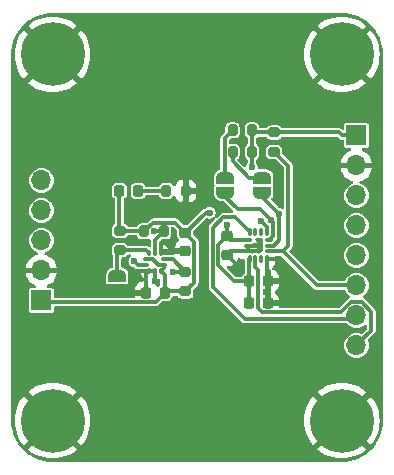
<source format=gbr>
%TF.GenerationSoftware,KiCad,Pcbnew,8.0.2-8.0.2-0~ubuntu20.04.1*%
%TF.CreationDate,2024-07-20T17:48:18+05:00*%
%TF.ProjectId,AlphaHagkemindt,416c7068-6148-4616-976b-656d696e6474,rev?*%
%TF.SameCoordinates,Original*%
%TF.FileFunction,Copper,L1,Top*%
%TF.FilePolarity,Positive*%
%FSLAX46Y46*%
G04 Gerber Fmt 4.6, Leading zero omitted, Abs format (unit mm)*
G04 Created by KiCad (PCBNEW 8.0.2-8.0.2-0~ubuntu20.04.1) date 2024-07-20 17:48:18*
%MOMM*%
%LPD*%
G01*
G04 APERTURE LIST*
G04 Aperture macros list*
%AMRoundRect*
0 Rectangle with rounded corners*
0 $1 Rounding radius*
0 $2 $3 $4 $5 $6 $7 $8 $9 X,Y pos of 4 corners*
0 Add a 4 corners polygon primitive as box body*
4,1,4,$2,$3,$4,$5,$6,$7,$8,$9,$2,$3,0*
0 Add four circle primitives for the rounded corners*
1,1,$1+$1,$2,$3*
1,1,$1+$1,$4,$5*
1,1,$1+$1,$6,$7*
1,1,$1+$1,$8,$9*
0 Add four rect primitives between the rounded corners*
20,1,$1+$1,$2,$3,$4,$5,0*
20,1,$1+$1,$4,$5,$6,$7,0*
20,1,$1+$1,$6,$7,$8,$9,0*
20,1,$1+$1,$8,$9,$2,$3,0*%
%AMFreePoly0*
4,1,19,0.500000,-0.750000,0.000000,-0.750000,0.000000,-0.744911,-0.071157,-0.744911,-0.207708,-0.704816,-0.327430,-0.627875,-0.420627,-0.520320,-0.479746,-0.390866,-0.500000,-0.250000,-0.500000,0.250000,-0.479746,0.390866,-0.420627,0.520320,-0.327430,0.627875,-0.207708,0.704816,-0.071157,0.744911,0.000000,0.744911,0.000000,0.750000,0.500000,0.750000,0.500000,-0.750000,0.500000,-0.750000,
$1*%
%AMFreePoly1*
4,1,19,0.000000,0.744911,0.071157,0.744911,0.207708,0.704816,0.327430,0.627875,0.420627,0.520320,0.479746,0.390866,0.500000,0.250000,0.500000,-0.250000,0.479746,-0.390866,0.420627,-0.520320,0.327430,-0.627875,0.207708,-0.704816,0.071157,-0.744911,0.000000,-0.744911,0.000000,-0.750000,-0.500000,-0.750000,-0.500000,0.750000,0.000000,0.750000,0.000000,0.744911,0.000000,0.744911,
$1*%
G04 Aperture macros list end*
%TA.AperFunction,ComponentPad*%
%ADD10C,0.800000*%
%TD*%
%TA.AperFunction,ComponentPad*%
%ADD11C,5.400000*%
%TD*%
%TA.AperFunction,SMDPad,CuDef*%
%ADD12RoundRect,0.200000X-0.275000X0.200000X-0.275000X-0.200000X0.275000X-0.200000X0.275000X0.200000X0*%
%TD*%
%TA.AperFunction,SMDPad,CuDef*%
%ADD13RoundRect,0.087500X0.125000X0.087500X-0.125000X0.087500X-0.125000X-0.087500X0.125000X-0.087500X0*%
%TD*%
%TA.AperFunction,SMDPad,CuDef*%
%ADD14RoundRect,0.087500X0.087500X0.125000X-0.087500X0.125000X-0.087500X-0.125000X0.087500X-0.125000X0*%
%TD*%
%TA.AperFunction,SMDPad,CuDef*%
%ADD15RoundRect,0.087500X-0.087500X0.225000X-0.087500X-0.225000X0.087500X-0.225000X0.087500X0.225000X0*%
%TD*%
%TA.AperFunction,SMDPad,CuDef*%
%ADD16RoundRect,0.087500X-0.225000X0.087500X-0.225000X-0.087500X0.225000X-0.087500X0.225000X0.087500X0*%
%TD*%
%TA.AperFunction,SMDPad,CuDef*%
%ADD17FreePoly0,90.000000*%
%TD*%
%TA.AperFunction,SMDPad,CuDef*%
%ADD18FreePoly1,90.000000*%
%TD*%
%TA.AperFunction,SMDPad,CuDef*%
%ADD19RoundRect,0.200000X0.275000X-0.200000X0.275000X0.200000X-0.275000X0.200000X-0.275000X-0.200000X0*%
%TD*%
%TA.AperFunction,SMDPad,CuDef*%
%ADD20RoundRect,0.200000X0.200000X0.275000X-0.200000X0.275000X-0.200000X-0.275000X0.200000X-0.275000X0*%
%TD*%
%TA.AperFunction,SMDPad,CuDef*%
%ADD21RoundRect,0.225000X-0.225000X-0.250000X0.225000X-0.250000X0.225000X0.250000X-0.225000X0.250000X0*%
%TD*%
%TA.AperFunction,SMDPad,CuDef*%
%ADD22FreePoly0,270.000000*%
%TD*%
%TA.AperFunction,SMDPad,CuDef*%
%ADD23FreePoly1,270.000000*%
%TD*%
%TA.AperFunction,SMDPad,CuDef*%
%ADD24RoundRect,0.225000X-0.250000X0.225000X-0.250000X-0.225000X0.250000X-0.225000X0.250000X0.225000X0*%
%TD*%
%TA.AperFunction,SMDPad,CuDef*%
%ADD25RoundRect,0.200000X-0.200000X-0.275000X0.200000X-0.275000X0.200000X0.275000X-0.200000X0.275000X0*%
%TD*%
%TA.AperFunction,SMDPad,CuDef*%
%ADD26RoundRect,0.218750X0.218750X0.256250X-0.218750X0.256250X-0.218750X-0.256250X0.218750X-0.256250X0*%
%TD*%
%TA.AperFunction,ComponentPad*%
%ADD27R,1.700000X1.700000*%
%TD*%
%TA.AperFunction,ComponentPad*%
%ADD28O,1.700000X1.700000*%
%TD*%
%TA.AperFunction,ViaPad*%
%ADD29C,0.600000*%
%TD*%
%TA.AperFunction,Conductor*%
%ADD30C,0.300000*%
%TD*%
G04 APERTURE END LIST*
D10*
%TO.P,H4,1,1*%
%TO.N,GND*%
X84025000Y-75000000D03*
X83431891Y-76431891D03*
X83431891Y-73568109D03*
X82000000Y-77025000D03*
D11*
X82000000Y-75000000D03*
D10*
X82000000Y-72975000D03*
X80568109Y-76431891D03*
X80568109Y-73568109D03*
X79975000Y-75000000D03*
%TD*%
%TO.P,H3,1,1*%
%TO.N,GND*%
X108525000Y-75000000D03*
X107931891Y-76431891D03*
X107931891Y-73568109D03*
X106500000Y-77025000D03*
D11*
X106500000Y-75000000D03*
D10*
X106500000Y-72975000D03*
X105068109Y-76431891D03*
X105068109Y-73568109D03*
X104475000Y-75000000D03*
%TD*%
%TO.P,H2,1,1*%
%TO.N,GND*%
X84025000Y-106000000D03*
X83431891Y-107431891D03*
X83431891Y-104568109D03*
X82000000Y-108025000D03*
D11*
X82000000Y-106000000D03*
D10*
X82000000Y-103975000D03*
X80568109Y-107431891D03*
X80568109Y-104568109D03*
X79975000Y-106000000D03*
%TD*%
%TO.P,H1,1,1*%
%TO.N,GND*%
X108525000Y-106000000D03*
X107931891Y-107431891D03*
X107931891Y-104568109D03*
X106500000Y-108025000D03*
D11*
X106500000Y-106000000D03*
D10*
X106500000Y-103975000D03*
X105068109Y-107431891D03*
X105068109Y-104568109D03*
X104475000Y-106000000D03*
%TD*%
D12*
%TO.P,R4,1*%
%TO.N,VDD*%
X87733000Y-89925000D03*
%TO.P,R4,2*%
%TO.N,Net-(JP3-A)*%
X87733000Y-91575000D03*
%TD*%
D13*
%TO.P,U2,1,VDDIO*%
%TO.N,VDD*%
X91452500Y-92828500D03*
%TO.P,U2,2,SCK/SCL*%
%TO.N,/SCL1*%
X91452500Y-92328500D03*
D14*
%TO.P,U2,3,VSS*%
%TO.N,GND*%
X91190000Y-91816000D03*
%TO.P,U2,4,SDI/SDA*%
%TO.N,/SDA1*%
X90690000Y-91816000D03*
%TO.P,U2,5,SDO*%
%TO.N,Net-(JP3-A)*%
X90190000Y-91816000D03*
D13*
%TO.P,U2,6,CSB*%
%TO.N,VDD*%
X89927500Y-92328500D03*
%TO.P,U2,7,INT*%
%TO.N,/INT3*%
X89927500Y-92828500D03*
D14*
%TO.P,U2,8,VSS*%
%TO.N,GND*%
X90190000Y-93341000D03*
%TO.P,U2,9,VSS*%
X90690000Y-93341000D03*
%TO.P,U2,10,VDD*%
%TO.N,VDD*%
X91190000Y-93341000D03*
%TD*%
D15*
%TO.P,U1,1,SDO/ADO*%
%TO.N,/MISO*%
X100182500Y-90017500D03*
%TO.P,U1,2,RESV*%
%TO.N,unconnected-(U1-RESV-Pad2)*%
X99682500Y-90017500D03*
%TO.P,U1,3,RESV*%
%TO.N,unconnected-(U1-RESV-Pad3)*%
X99182500Y-90017500D03*
%TO.P,U1,4,INT1/INT*%
%TO.N,/INT1*%
X98682500Y-90017500D03*
D16*
%TO.P,U1,5,VDDIO*%
%TO.N,VDD*%
X98520000Y-90680000D03*
%TO.P,U1,6,GND*%
%TO.N,GND*%
X98520000Y-91180000D03*
%TO.P,U1,7,RESV*%
X98520000Y-91680000D03*
D15*
%TO.P,U1,8,VDD*%
%TO.N,VDD*%
X98682500Y-92342500D03*
%TO.P,U1,9,INT2/FSYNC/CLKIN*%
%TO.N,/INT2*%
X99182500Y-92342500D03*
%TO.P,U1,10,RESV*%
%TO.N,unconnected-(U1-RESV-Pad10)*%
X99682500Y-92342500D03*
%TO.P,U1,11,RESV*%
%TO.N,GND*%
X100182500Y-92342500D03*
D16*
%TO.P,U1,12,~{CS}/VDDIO*%
%TO.N,/~{SS}*%
X100345000Y-91680000D03*
%TO.P,U1,13,SCLK/SCL*%
%TO.N,/SCK{slash}SCL*%
X100345000Y-91180000D03*
%TO.P,U1,14,SDIO/SDI/SDA*%
%TO.N,/MOSI{slash}SDA*%
X100345000Y-90680000D03*
%TD*%
D17*
%TO.P,JP1,1,A*%
%TO.N,/SCK{slash}SCL*%
X99745000Y-86730000D03*
D18*
%TO.P,JP1,2,B*%
%TO.N,Net-(JP1-B)*%
X99745000Y-85430000D03*
%TD*%
D19*
%TO.P,R1,1*%
%TO.N,/~{SS}*%
X100770000Y-83255000D03*
%TO.P,R1,2*%
%TO.N,VDD*%
X100770000Y-81605000D03*
%TD*%
D20*
%TO.P,R6,1*%
%TO.N,/SDA1*%
X91415500Y-89988000D03*
%TO.P,R6,2*%
%TO.N,VDD*%
X89765500Y-89988000D03*
%TD*%
D21*
%TO.P,C2,1*%
%TO.N,VDD*%
X98670000Y-96080000D03*
%TO.P,C2,2*%
%TO.N,GND*%
X100220000Y-96080000D03*
%TD*%
D22*
%TO.P,JP3,1,A*%
%TO.N,Net-(JP3-A)*%
X87479000Y-93734500D03*
D23*
%TO.P,JP3,2,B*%
%TO.N,GND*%
X87479000Y-95034500D03*
%TD*%
D24*
%TO.P,C3,1*%
%TO.N,VDD*%
X96745000Y-90405000D03*
%TO.P,C3,2*%
%TO.N,GND*%
X96745000Y-91955000D03*
%TD*%
D21*
%TO.P,C5,1*%
%TO.N,GND*%
X89942500Y-95195000D03*
%TO.P,C5,2*%
%TO.N,VDD*%
X91492500Y-95195000D03*
%TD*%
D12*
%TO.P,R5,1*%
%TO.N,/SCL1*%
X93257500Y-93417000D03*
%TO.P,R5,2*%
%TO.N,VDD*%
X93257500Y-95067000D03*
%TD*%
D25*
%TO.P,R3,1*%
%TO.N,Net-(JP2-B)*%
X97245000Y-81430000D03*
%TO.P,R3,2*%
%TO.N,VDD*%
X98895000Y-81430000D03*
%TD*%
D17*
%TO.P,JP2,1,A*%
%TO.N,/MOSI{slash}SDA*%
X96645000Y-86730000D03*
D18*
%TO.P,JP2,2,B*%
%TO.N,Net-(JP2-B)*%
X96645000Y-85430000D03*
%TD*%
D24*
%TO.P,C4,1*%
%TO.N,VDD*%
X93257500Y-90102000D03*
%TO.P,C4,2*%
%TO.N,GND*%
X93257500Y-91652000D03*
%TD*%
D26*
%TO.P,D1,1,K*%
%TO.N,Net-(D1-K)*%
X89244500Y-86559000D03*
%TO.P,D1,2,A*%
%TO.N,VDD*%
X87669500Y-86559000D03*
%TD*%
D25*
%TO.P,R7,1*%
%TO.N,Net-(D1-K)*%
X91632500Y-86559000D03*
%TO.P,R7,2*%
%TO.N,GND*%
X93282500Y-86559000D03*
%TD*%
%TO.P,R2,1*%
%TO.N,Net-(JP1-B)*%
X97245000Y-83230000D03*
%TO.P,R2,2*%
%TO.N,VDD*%
X98895000Y-83230000D03*
%TD*%
D21*
%TO.P,C1,1*%
%TO.N,VDD*%
X98670000Y-94180000D03*
%TO.P,C1,2*%
%TO.N,GND*%
X100220000Y-94180000D03*
%TD*%
D27*
%TO.P,J2,1,Pin_1*%
%TO.N,VDD*%
X81065000Y-95830000D03*
D28*
%TO.P,J2,2,Pin_2*%
%TO.N,GND*%
X81065000Y-93290000D03*
%TO.P,J2,3,Pin_3*%
%TO.N,/SCL1*%
X81065000Y-90750000D03*
%TO.P,J2,4,Pin_4*%
%TO.N,/SDA1*%
X81065000Y-88210000D03*
%TO.P,J2,5,Pin_5*%
%TO.N,/INT3*%
X81065000Y-85670000D03*
%TD*%
D27*
%TO.P,J1,1,Pin_1*%
%TO.N,VDD*%
X107735000Y-81860000D03*
D28*
%TO.P,J1,2,Pin_2*%
%TO.N,GND*%
X107735000Y-84400000D03*
%TO.P,J1,3,Pin_3*%
%TO.N,/SCK{slash}SCL*%
X107735000Y-86940000D03*
%TO.P,J1,4,Pin_4*%
%TO.N,/MOSI{slash}SDA*%
X107735000Y-89480000D03*
%TO.P,J1,5,Pin_5*%
%TO.N,/MISO*%
X107735000Y-92020000D03*
%TO.P,J1,6,Pin_6*%
%TO.N,/~{SS}*%
X107735000Y-94560000D03*
%TO.P,J1,7,Pin_7*%
%TO.N,/INT1*%
X107735000Y-97100000D03*
%TO.P,J1,8,Pin_8*%
%TO.N,/INT2*%
X107735000Y-99640000D03*
%TD*%
D29*
%TO.N,VDD*%
X98865000Y-84530000D03*
X95300000Y-88400000D03*
X96766500Y-89466412D03*
%TO.N,GND*%
X92250000Y-72500000D03*
X90250000Y-72500000D03*
X90717500Y-94179000D03*
X94250000Y-108500000D03*
X86250000Y-108500000D03*
X86250000Y-72500000D03*
X109000000Y-79000000D03*
X109000000Y-102000000D03*
X80000000Y-100000000D03*
X102250000Y-108500000D03*
X102250000Y-72500000D03*
X80000000Y-79000000D03*
X92241500Y-91067500D03*
X80000000Y-81000000D03*
X88250000Y-108500000D03*
X80000000Y-102000000D03*
X98250000Y-108500000D03*
X100100000Y-95080000D03*
X94250000Y-72500000D03*
X93257500Y-87638500D03*
X100250000Y-108500000D03*
X92250000Y-108500000D03*
X97470000Y-93080000D03*
X90250000Y-108500000D03*
X100250000Y-72500000D03*
X96250000Y-108500000D03*
X88250000Y-72500000D03*
X98250000Y-72500000D03*
X96250000Y-72500000D03*
%TO.N,/SCK{slash}SCL*%
X101170000Y-88479994D03*
%TO.N,/MOSI{slash}SDA*%
X100470000Y-88980000D03*
%TO.N,/MISO*%
X99670000Y-89080000D03*
%TO.N,/INT3*%
X88939500Y-92528000D03*
%TO.N,/SCL1*%
X92241500Y-93417000D03*
%TO.N,/SDA1*%
X90595500Y-89988000D03*
%TD*%
D30*
%TO.N,VDD*%
X91452500Y-93078500D02*
X91190000Y-93341000D01*
X90737500Y-95950000D02*
X91492500Y-95195000D01*
X97020000Y-90680000D02*
X96745000Y-90405000D01*
X98670000Y-96080000D02*
X98670000Y-94180000D01*
X98670000Y-92355000D02*
X98682500Y-92342500D01*
X91452500Y-92828500D02*
X91452500Y-93078500D01*
X89927500Y-92328500D02*
X90467852Y-92328500D01*
X90967852Y-92828500D02*
X91452500Y-92828500D01*
X93257500Y-90102000D02*
X94012500Y-90857000D01*
X81185000Y-95950000D02*
X90737500Y-95950000D01*
X91620500Y-95067000D02*
X91492500Y-95195000D01*
X97370000Y-94180000D02*
X98670000Y-94180000D01*
X93257500Y-90102000D02*
X94959500Y-88400000D01*
X89702500Y-89925000D02*
X89765500Y-89988000D01*
X94012500Y-94312000D02*
X93257500Y-95067000D01*
X95990000Y-92800000D02*
X97370000Y-94180000D01*
X94959500Y-88400000D02*
X95300000Y-88400000D01*
X87669500Y-89861500D02*
X87733000Y-89925000D01*
X94012500Y-90857000D02*
X94012500Y-94312000D01*
X87669500Y-86559000D02*
X87669500Y-89861500D01*
X95990000Y-91160000D02*
X95990000Y-92800000D01*
X99070000Y-81605000D02*
X98895000Y-81430000D01*
X89765500Y-89988000D02*
X90520500Y-89233000D01*
X87733000Y-89925000D02*
X89702500Y-89925000D01*
X98670000Y-94180000D02*
X98670000Y-92355000D01*
X96745000Y-90405000D02*
X95990000Y-91160000D01*
X98895000Y-84500000D02*
X98865000Y-84530000D01*
X91492500Y-95195000D02*
X91492500Y-93643500D01*
X96766500Y-90383500D02*
X96745000Y-90405000D01*
X90520500Y-89233000D02*
X92388500Y-89233000D01*
X98520000Y-90680000D02*
X97020000Y-90680000D01*
X100770000Y-81605000D02*
X106245000Y-81605000D01*
X98865000Y-83260000D02*
X98895000Y-83230000D01*
X98865000Y-84530000D02*
X98865000Y-83260000D01*
X90467852Y-92328500D02*
X90967852Y-92828500D01*
X81065000Y-95830000D02*
X81185000Y-95950000D01*
X106500000Y-81860000D02*
X107735000Y-81860000D01*
X93257500Y-95067000D02*
X91620500Y-95067000D01*
X106245000Y-81605000D02*
X106500000Y-81860000D01*
X91492500Y-93643500D02*
X91190000Y-93341000D01*
X100770000Y-81605000D02*
X99070000Y-81605000D01*
X92388500Y-89233000D02*
X93257500Y-90102000D01*
X98895000Y-81430000D02*
X98895000Y-83230000D01*
X96766500Y-89466412D02*
X96766500Y-90383500D01*
%TO.N,GND*%
X97470000Y-93080000D02*
X97470000Y-92680000D01*
X91354000Y-91652000D02*
X91190000Y-91816000D01*
X84050000Y-93290000D02*
X85794500Y-95034500D01*
X85794500Y-95034500D02*
X87479000Y-95034500D01*
X100220000Y-94960000D02*
X100100000Y-95080000D01*
X100182500Y-92342500D02*
X100182500Y-94142500D01*
X89942500Y-93588500D02*
X90190000Y-93341000D01*
X84050000Y-93290000D02*
X81065000Y-93290000D01*
X87639500Y-95195000D02*
X87479000Y-95034500D01*
X100220000Y-94180000D02*
X100220000Y-96080000D01*
X100182500Y-94142500D02*
X100220000Y-94180000D01*
X98520000Y-91680000D02*
X97020000Y-91680000D01*
X90717500Y-93368500D02*
X90690000Y-93341000D01*
X97470000Y-92680000D02*
X96745000Y-91955000D01*
X93257500Y-91652000D02*
X92241500Y-91652000D01*
X90190000Y-93341000D02*
X90690000Y-93341000D01*
X97020000Y-91680000D02*
X96745000Y-91955000D01*
X93257500Y-86584000D02*
X93282500Y-86559000D01*
X89942500Y-95195000D02*
X87639500Y-95195000D01*
X92241500Y-91652000D02*
X91354000Y-91652000D01*
X93257500Y-87638500D02*
X93257500Y-86584000D01*
X100220000Y-94180000D02*
X100220000Y-94960000D01*
X89942500Y-95195000D02*
X89942500Y-93588500D01*
X98520000Y-91680000D02*
X98520000Y-91180000D01*
X90717500Y-94179000D02*
X90717500Y-93368500D01*
X92241500Y-91652000D02*
X92241500Y-91067500D01*
%TO.N,/SCK{slash}SCL*%
X101170000Y-88479994D02*
X99745000Y-87054994D01*
X99745000Y-87080000D02*
X100170006Y-87080000D01*
X99745000Y-87054994D02*
X99745000Y-86730000D01*
X100736888Y-91180000D02*
X101170000Y-90746888D01*
X100345000Y-91180000D02*
X100736888Y-91180000D01*
X101170000Y-90746888D02*
X101170000Y-88479994D01*
%TO.N,Net-(JP1-B)*%
X97245000Y-83230000D02*
X97245000Y-84056950D01*
X98618050Y-85430000D02*
X99745000Y-85430000D01*
X97245000Y-84056950D02*
X98618050Y-85430000D01*
%TO.N,Net-(JP2-B)*%
X96565000Y-82110000D02*
X96565000Y-85350000D01*
X96565000Y-85700000D02*
X96645000Y-85780000D01*
X97245000Y-81430000D02*
X96565000Y-82110000D01*
%TO.N,/MOSI{slash}SDA*%
X97665000Y-88100000D02*
X96645000Y-87080000D01*
X100345000Y-90680000D02*
X100354648Y-90680000D01*
X99590000Y-88100000D02*
X97665000Y-88100000D01*
X100637500Y-90397148D02*
X100637500Y-89147500D01*
X100637500Y-89147500D02*
X99760091Y-88270091D01*
X100354648Y-90680000D02*
X100637500Y-90397148D01*
X99760091Y-88270091D02*
X99590000Y-88100000D01*
%TO.N,/~{SS}*%
X101490000Y-91680000D02*
X104370000Y-94560000D01*
X101490000Y-91680000D02*
X101970000Y-91200000D01*
X104370000Y-94560000D02*
X107735000Y-94560000D01*
X100790000Y-83255000D02*
X100770000Y-83255000D01*
X100345000Y-91680000D02*
X101490000Y-91680000D01*
X101970000Y-84435000D02*
X100790000Y-83255000D01*
X101970000Y-91200000D02*
X101970000Y-84435000D01*
%TO.N,/INT1*%
X95560000Y-89682962D02*
X95560000Y-94660000D01*
X96476550Y-88766412D02*
X95560000Y-89682962D01*
X98300000Y-97400000D02*
X107435000Y-97400000D01*
X97431412Y-88766412D02*
X96476550Y-88766412D01*
X98682500Y-90017500D02*
X97431412Y-88766412D01*
X107435000Y-97400000D02*
X107735000Y-97100000D01*
X95560000Y-94660000D02*
X98300000Y-97400000D01*
%TO.N,/INT2*%
X99755000Y-96835000D02*
X99400000Y-96480000D01*
X99400000Y-96480000D02*
X99400000Y-93210000D01*
X99400000Y-93210000D02*
X99182500Y-92992500D01*
X99755000Y-96835000D02*
X106401938Y-96835000D01*
X99182500Y-92992500D02*
X99182500Y-92342500D01*
X106401938Y-96835000D02*
X107266938Y-95970000D01*
X108203062Y-95970000D02*
X109000000Y-96766938D01*
X107266938Y-95970000D02*
X108203062Y-95970000D01*
X109000000Y-96766938D02*
X109000000Y-98375000D01*
X109000000Y-98375000D02*
X107735000Y-99640000D01*
%TO.N,/MISO*%
X100182500Y-89592500D02*
X100182500Y-90017500D01*
X99670000Y-89080000D02*
X100182500Y-89592500D01*
%TO.N,Net-(D1-K)*%
X89244500Y-86559000D02*
X91632500Y-86559000D01*
%TO.N,/INT3*%
X89240000Y-92828500D02*
X88939500Y-92528000D01*
X89927500Y-92828500D02*
X89240000Y-92828500D01*
%TO.N,/SCL1*%
X92169000Y-92328500D02*
X91452500Y-92328500D01*
X93257500Y-93417000D02*
X92241500Y-93417000D01*
X93257500Y-93417000D02*
X92169000Y-92328500D01*
%TO.N,/SDA1*%
X90690000Y-91816000D02*
X90690000Y-90713500D01*
X90690000Y-90713500D02*
X91415500Y-89988000D01*
X90595500Y-89988000D02*
X91415500Y-89988000D01*
%TO.N,Net-(JP3-A)*%
X87733000Y-91575000D02*
X89949000Y-91575000D01*
X87479000Y-91829000D02*
X87733000Y-91575000D01*
X87479000Y-93734500D02*
X87479000Y-91829000D01*
X89949000Y-91575000D02*
X90190000Y-91816000D01*
%TD*%
%TA.AperFunction,Conductor*%
%TO.N,GND*%
G36*
X101360495Y-92050185D02*
G01*
X101381137Y-92066819D01*
X104154788Y-94840470D01*
X104154789Y-94840471D01*
X104154791Y-94840472D01*
X104183557Y-94857080D01*
X104234712Y-94886614D01*
X104323856Y-94910500D01*
X106656873Y-94910500D01*
X106723912Y-94930185D01*
X106766231Y-94976046D01*
X106857315Y-95146450D01*
X106857317Y-95146452D01*
X106988590Y-95306410D01*
X107150212Y-95439050D01*
X107189546Y-95496795D01*
X107191417Y-95566640D01*
X107155230Y-95626408D01*
X107133547Y-95642290D01*
X107051729Y-95689527D01*
X107051724Y-95689531D01*
X106293075Y-96448181D01*
X106231752Y-96481666D01*
X106205394Y-96484500D01*
X101294000Y-96484500D01*
X101226961Y-96464815D01*
X101181206Y-96412011D01*
X101170000Y-96360500D01*
X101170000Y-96330000D01*
X100094000Y-96330000D01*
X100026961Y-96310315D01*
X99981206Y-96257511D01*
X99970000Y-96206000D01*
X99970000Y-95830000D01*
X100470000Y-95830000D01*
X101169999Y-95830000D01*
X101169999Y-95781692D01*
X101169998Y-95781677D01*
X101159855Y-95682392D01*
X101106547Y-95521518D01*
X101106542Y-95521507D01*
X101017575Y-95377271D01*
X101017572Y-95377267D01*
X100897733Y-95257428D01*
X100862245Y-95235539D01*
X100815521Y-95183591D01*
X100804298Y-95114628D01*
X100832142Y-95050546D01*
X100862245Y-95024461D01*
X100897733Y-95002571D01*
X101017572Y-94882732D01*
X101017575Y-94882728D01*
X101106542Y-94738492D01*
X101106547Y-94738481D01*
X101159855Y-94577606D01*
X101169999Y-94478322D01*
X101170000Y-94478309D01*
X101170000Y-94430000D01*
X100470000Y-94430000D01*
X100470000Y-95830000D01*
X99970000Y-95830000D01*
X99970000Y-93237620D01*
X99989685Y-93170581D01*
X100007500Y-93149896D01*
X100007500Y-93148548D01*
X100357500Y-93148548D01*
X100368540Y-93158230D01*
X100398850Y-93162957D01*
X100451106Y-93209337D01*
X100470000Y-93275131D01*
X100470000Y-93930000D01*
X101169999Y-93930000D01*
X101169999Y-93881692D01*
X101169998Y-93881677D01*
X101159855Y-93782392D01*
X101106547Y-93621518D01*
X101106542Y-93621507D01*
X101017575Y-93477271D01*
X101017572Y-93477267D01*
X100897732Y-93357427D01*
X100897728Y-93357424D01*
X100753492Y-93268457D01*
X100753481Y-93268452D01*
X100673989Y-93242111D01*
X100616544Y-93202338D01*
X100589721Y-93137822D01*
X100602036Y-93069046D01*
X100637507Y-93026029D01*
X100689010Y-92986509D01*
X100783180Y-92863786D01*
X100783183Y-92863780D01*
X100842377Y-92720871D01*
X100842379Y-92720866D01*
X100857500Y-92606011D01*
X100857500Y-92517500D01*
X100357500Y-92517500D01*
X100357500Y-93148548D01*
X100007500Y-93148548D01*
X100007500Y-92768782D01*
X100018066Y-92718695D01*
X100035593Y-92679000D01*
X100055207Y-92634580D01*
X100058000Y-92610505D01*
X100057999Y-92291498D01*
X100077683Y-92224461D01*
X100130487Y-92178706D01*
X100181999Y-92167500D01*
X100857499Y-92167500D01*
X100857499Y-92154500D01*
X100877184Y-92087461D01*
X100929988Y-92041706D01*
X100981499Y-92030500D01*
X101293456Y-92030500D01*
X101360495Y-92050185D01*
G37*
%TD.AperFunction*%
%TA.AperFunction,Conductor*%
G36*
X97911564Y-92213807D02*
G01*
X97998713Y-92280680D01*
X97998719Y-92280683D01*
X98141628Y-92339877D01*
X98141633Y-92339879D01*
X98199184Y-92347455D01*
X98263081Y-92375720D01*
X98301553Y-92434044D01*
X98307000Y-92470393D01*
X98307000Y-92610495D01*
X98307001Y-92610505D01*
X98309793Y-92634580D01*
X98312242Y-92643580D01*
X98311297Y-92643836D01*
X98319500Y-92682721D01*
X98319500Y-93440408D01*
X98299815Y-93507447D01*
X98251795Y-93550892D01*
X98191783Y-93581469D01*
X98191774Y-93581476D01*
X98096476Y-93676774D01*
X98096473Y-93676779D01*
X98096472Y-93676780D01*
X98056146Y-93755925D01*
X98053155Y-93761795D01*
X98005180Y-93812591D01*
X97942670Y-93829500D01*
X97566544Y-93829500D01*
X97499505Y-93809815D01*
X97478863Y-93793181D01*
X96802362Y-93116680D01*
X96768877Y-93055357D01*
X96773861Y-92985665D01*
X96815733Y-92929732D01*
X96881197Y-92905315D01*
X96890043Y-92904999D01*
X97043308Y-92904999D01*
X97043322Y-92904998D01*
X97142607Y-92894855D01*
X97303481Y-92841547D01*
X97303492Y-92841542D01*
X97447728Y-92752575D01*
X97447732Y-92752572D01*
X97567572Y-92632732D01*
X97567575Y-92632728D01*
X97656542Y-92488492D01*
X97656547Y-92488481D01*
X97709856Y-92327606D01*
X97712719Y-92299581D01*
X97739114Y-92234889D01*
X97796295Y-92194737D01*
X97866106Y-92191873D01*
X97911564Y-92213807D01*
G37*
%TD.AperFunction*%
%TA.AperFunction,Conductor*%
G36*
X99482586Y-90507689D02*
G01*
X99527920Y-90527707D01*
X99551995Y-90530500D01*
X99708000Y-90530499D01*
X99775039Y-90550183D01*
X99820794Y-90602987D01*
X99832000Y-90654498D01*
X99832000Y-90810495D01*
X99832001Y-90810504D01*
X99834793Y-90834580D01*
X99854810Y-90879914D01*
X99863881Y-90949191D01*
X99854810Y-90980084D01*
X99834793Y-91025418D01*
X99832000Y-91049491D01*
X99832000Y-91310496D01*
X99832001Y-91310505D01*
X99832556Y-91315288D01*
X99834793Y-91334580D01*
X99854810Y-91379914D01*
X99863881Y-91449191D01*
X99854810Y-91480084D01*
X99834793Y-91525417D01*
X99834319Y-91529508D01*
X99832538Y-91533704D01*
X99832345Y-91534418D01*
X99832247Y-91534391D01*
X99807038Y-91593832D01*
X99786632Y-91613590D01*
X99675991Y-91698488D01*
X99609705Y-91784873D01*
X99553277Y-91826075D01*
X99535173Y-91830319D01*
X99527918Y-91832293D01*
X99482585Y-91852310D01*
X99413307Y-91861381D01*
X99382414Y-91852310D01*
X99337080Y-91832293D01*
X99313005Y-91829500D01*
X99052003Y-91829500D01*
X99051994Y-91829501D01*
X99027918Y-91832293D01*
X99000420Y-91844435D01*
X98950336Y-91855000D01*
X98914665Y-91855000D01*
X98864579Y-91844435D01*
X98837080Y-91832293D01*
X98813005Y-91829500D01*
X98552003Y-91829500D01*
X98551994Y-91829501D01*
X98527919Y-91832293D01*
X98527918Y-91832293D01*
X98519085Y-91836194D01*
X98449806Y-91845265D01*
X98386622Y-91815440D01*
X98349592Y-91756190D01*
X98345000Y-91722759D01*
X98345000Y-91629000D01*
X98364685Y-91561961D01*
X98417489Y-91516206D01*
X98469000Y-91505000D01*
X99326049Y-91505000D01*
X99326049Y-91504999D01*
X99318307Y-91446186D01*
X99318307Y-91413814D01*
X99326051Y-91355000D01*
X98469000Y-91355000D01*
X98401961Y-91335315D01*
X98356206Y-91282511D01*
X98345000Y-91231000D01*
X98345000Y-91179499D01*
X98364685Y-91112460D01*
X98417489Y-91066705D01*
X98468997Y-91055499D01*
X98788004Y-91055499D01*
X98812080Y-91052707D01*
X98862374Y-91030500D01*
X98896197Y-91015566D01*
X98946283Y-91005000D01*
X99326049Y-91005000D01*
X99326050Y-91004998D01*
X99317381Y-90939140D01*
X99317377Y-90939128D01*
X99258183Y-90796219D01*
X99258180Y-90796213D01*
X99207361Y-90729986D01*
X99182166Y-90664817D01*
X99196204Y-90596372D01*
X99245017Y-90546382D01*
X99305735Y-90530499D01*
X99313004Y-90530499D01*
X99337080Y-90527707D01*
X99382414Y-90507689D01*
X99451690Y-90498618D01*
X99482586Y-90507689D01*
G37*
%TD.AperFunction*%
%TA.AperFunction,Conductor*%
G36*
X90757539Y-93185685D02*
G01*
X90803294Y-93238489D01*
X90814500Y-93289999D01*
X90814500Y-93508996D01*
X90814501Y-93509005D01*
X90817293Y-93533080D01*
X90817293Y-93533081D01*
X90854434Y-93617195D01*
X90865000Y-93667282D01*
X90865000Y-94047048D01*
X90930871Y-94038378D01*
X90970546Y-94021944D01*
X91040015Y-94014474D01*
X91102495Y-94045748D01*
X91138148Y-94105837D01*
X91142000Y-94136504D01*
X91142000Y-94455408D01*
X91122315Y-94522447D01*
X91074295Y-94565892D01*
X91014283Y-94596469D01*
X91014277Y-94596474D01*
X90995325Y-94615426D01*
X90934001Y-94648910D01*
X90864309Y-94643924D01*
X90808376Y-94602052D01*
X90802106Y-94592840D01*
X90740071Y-94492266D01*
X90620232Y-94372427D01*
X90620228Y-94372424D01*
X90471116Y-94280450D01*
X90424391Y-94228502D01*
X90413170Y-94159540D01*
X90441013Y-94095458D01*
X90499082Y-94056602D01*
X90504659Y-94056117D01*
X90515000Y-94047049D01*
X90515000Y-93290000D01*
X90534685Y-93222961D01*
X90587489Y-93177206D01*
X90639000Y-93166000D01*
X90690500Y-93166000D01*
X90757539Y-93185685D01*
G37*
%TD.AperFunction*%
%TA.AperFunction,Conductor*%
G36*
X92258995Y-89603185D02*
G01*
X92279637Y-89619819D01*
X92545681Y-89885863D01*
X92579166Y-89947186D01*
X92582000Y-89973544D01*
X92582000Y-90360493D01*
X92597779Y-90460121D01*
X92597780Y-90460124D01*
X92597781Y-90460126D01*
X92657949Y-90578212D01*
X92658973Y-90580221D01*
X92658976Y-90580225D01*
X92677924Y-90599173D01*
X92711409Y-90660496D01*
X92706425Y-90730188D01*
X92664553Y-90786121D01*
X92655341Y-90792392D01*
X92554768Y-90854426D01*
X92434927Y-90974267D01*
X92434924Y-90974271D01*
X92345957Y-91118507D01*
X92345952Y-91118518D01*
X92292644Y-91279393D01*
X92282500Y-91378677D01*
X92282500Y-91402000D01*
X93383500Y-91402000D01*
X93450539Y-91421685D01*
X93496294Y-91474489D01*
X93507500Y-91526000D01*
X93507500Y-91778000D01*
X93487815Y-91845039D01*
X93435011Y-91890794D01*
X93383500Y-91902000D01*
X92282501Y-91902000D01*
X92246182Y-91938319D01*
X92244646Y-91936783D01*
X92210012Y-91966794D01*
X92158501Y-91978000D01*
X91721031Y-91978000D01*
X91670944Y-91967434D01*
X91644580Y-91955793D01*
X91644581Y-91955793D01*
X91620505Y-91953000D01*
X91284503Y-91953000D01*
X91284494Y-91953001D01*
X91260419Y-91955793D01*
X91260418Y-91955793D01*
X91239584Y-91964993D01*
X91170306Y-91974064D01*
X91107121Y-91944240D01*
X91070091Y-91884990D01*
X91065499Y-91851562D01*
X91065499Y-91647996D01*
X91064688Y-91641000D01*
X91365000Y-91641000D01*
X91863485Y-91641000D01*
X91863486Y-91640998D01*
X91849880Y-91537638D01*
X91849879Y-91537633D01*
X91790683Y-91394719D01*
X91790680Y-91394713D01*
X91696510Y-91271990D01*
X91696509Y-91271989D01*
X91573786Y-91177819D01*
X91573780Y-91177816D01*
X91430868Y-91118621D01*
X91365000Y-91109948D01*
X91365000Y-91641000D01*
X91064688Y-91641000D01*
X91062707Y-91623920D01*
X91062705Y-91623915D01*
X91051066Y-91597555D01*
X91040500Y-91547469D01*
X91040500Y-90910043D01*
X91060185Y-90843004D01*
X91076815Y-90822366D01*
X91199363Y-90699817D01*
X91260686Y-90666333D01*
X91287044Y-90663499D01*
X91647017Y-90663499D01*
X91647018Y-90663499D01*
X91740804Y-90648646D01*
X91853842Y-90591050D01*
X91943550Y-90501342D01*
X92001146Y-90388304D01*
X92001146Y-90388302D01*
X92001147Y-90388301D01*
X92014419Y-90304500D01*
X92016000Y-90294519D01*
X92015999Y-89707499D01*
X92035683Y-89640461D01*
X92088487Y-89594706D01*
X92139999Y-89583500D01*
X92191956Y-89583500D01*
X92258995Y-89603185D01*
G37*
%TD.AperFunction*%
%TA.AperFunction,Conductor*%
G36*
X106503032Y-71500648D02*
G01*
X106836929Y-71517052D01*
X106849037Y-71518245D01*
X106952146Y-71533539D01*
X107176699Y-71566849D01*
X107188617Y-71569219D01*
X107509951Y-71649709D01*
X107521588Y-71653240D01*
X107592806Y-71678722D01*
X107833467Y-71764832D01*
X107844688Y-71769479D01*
X108144163Y-71911120D01*
X108154871Y-71916844D01*
X108438988Y-72087137D01*
X108449103Y-72093895D01*
X108669913Y-72257659D01*
X108715170Y-72291224D01*
X108724576Y-72298944D01*
X108970013Y-72521395D01*
X108978604Y-72529986D01*
X109165755Y-72736475D01*
X109201055Y-72775423D01*
X109208775Y-72784829D01*
X109406102Y-73050893D01*
X109412862Y-73061011D01*
X109552995Y-73294810D01*
X109583148Y-73345116D01*
X109588883Y-73355844D01*
X109728008Y-73650000D01*
X109730514Y-73655297D01*
X109735170Y-73666540D01*
X109846759Y-73978411D01*
X109850292Y-73990055D01*
X109930777Y-74311369D01*
X109933151Y-74323305D01*
X109981754Y-74650962D01*
X109982947Y-74663071D01*
X109999351Y-74996966D01*
X109999500Y-75003051D01*
X109999500Y-105996948D01*
X109999351Y-106003033D01*
X109982947Y-106336928D01*
X109981754Y-106349037D01*
X109933151Y-106676694D01*
X109930777Y-106688630D01*
X109850292Y-107009944D01*
X109846759Y-107021588D01*
X109735170Y-107333459D01*
X109730514Y-107344702D01*
X109588885Y-107644151D01*
X109583148Y-107654883D01*
X109412862Y-107938988D01*
X109406102Y-107949106D01*
X109208775Y-108215170D01*
X109201055Y-108224576D01*
X108978611Y-108470006D01*
X108970006Y-108478611D01*
X108724576Y-108701055D01*
X108715170Y-108708775D01*
X108449106Y-108906102D01*
X108438988Y-108912862D01*
X108154883Y-109083148D01*
X108144151Y-109088885D01*
X107844702Y-109230514D01*
X107833459Y-109235170D01*
X107521588Y-109346759D01*
X107509944Y-109350292D01*
X107188630Y-109430777D01*
X107176694Y-109433151D01*
X106849037Y-109481754D01*
X106836928Y-109482947D01*
X106521989Y-109498419D01*
X106503031Y-109499351D01*
X106496949Y-109499500D01*
X82003051Y-109499500D01*
X81996968Y-109499351D01*
X81976900Y-109498365D01*
X81663071Y-109482947D01*
X81650962Y-109481754D01*
X81323305Y-109433151D01*
X81311369Y-109430777D01*
X80990055Y-109350292D01*
X80978411Y-109346759D01*
X80666540Y-109235170D01*
X80655301Y-109230515D01*
X80355844Y-109088883D01*
X80345121Y-109083150D01*
X80061011Y-108912862D01*
X80050893Y-108906102D01*
X79784829Y-108708775D01*
X79775423Y-108701055D01*
X79560004Y-108505811D01*
X79529986Y-108478604D01*
X79521395Y-108470013D01*
X79298944Y-108224576D01*
X79291224Y-108215170D01*
X79093897Y-107949106D01*
X79087137Y-107938988D01*
X78916844Y-107654871D01*
X78911120Y-107644163D01*
X78769479Y-107344688D01*
X78764829Y-107333459D01*
X78758853Y-107316758D01*
X78653240Y-107021588D01*
X78649707Y-107009944D01*
X78617024Y-106879466D01*
X78569219Y-106688617D01*
X78566848Y-106676694D01*
X78518245Y-106349037D01*
X78517052Y-106336927D01*
X78500649Y-106003032D01*
X78500575Y-106000000D01*
X78794958Y-106000000D01*
X78815110Y-106358846D01*
X78815112Y-106358858D01*
X78875314Y-106713185D01*
X78875316Y-106713194D01*
X78974812Y-107058552D01*
X79112353Y-107390609D01*
X79112355Y-107390613D01*
X79286215Y-107705189D01*
X79286218Y-107705194D01*
X79494193Y-107998306D01*
X79566844Y-108079601D01*
X80884728Y-106761716D01*
X80970278Y-106879466D01*
X81120534Y-107029722D01*
X81238281Y-107115270D01*
X79920397Y-108433154D01*
X80001693Y-108505806D01*
X80294805Y-108713781D01*
X80294810Y-108713784D01*
X80609386Y-108887644D01*
X80609390Y-108887646D01*
X80941447Y-109025187D01*
X81286805Y-109124683D01*
X81286814Y-109124685D01*
X81641141Y-109184887D01*
X81641153Y-109184889D01*
X82000000Y-109205041D01*
X82358846Y-109184889D01*
X82358858Y-109184887D01*
X82713185Y-109124685D01*
X82713194Y-109124683D01*
X83058552Y-109025187D01*
X83390609Y-108887646D01*
X83390613Y-108887644D01*
X83705189Y-108713784D01*
X83705194Y-108713781D01*
X83998299Y-108505811D01*
X83998322Y-108505793D01*
X84079602Y-108433155D01*
X84079602Y-108433154D01*
X82761718Y-107115270D01*
X82879466Y-107029722D01*
X83029722Y-106879466D01*
X83115270Y-106761718D01*
X84433154Y-108079602D01*
X84433155Y-108079602D01*
X84505793Y-107998322D01*
X84505811Y-107998299D01*
X84713781Y-107705194D01*
X84713784Y-107705189D01*
X84887644Y-107390613D01*
X84887646Y-107390609D01*
X85025187Y-107058552D01*
X85124683Y-106713194D01*
X85124685Y-106713185D01*
X85184887Y-106358858D01*
X85184889Y-106358846D01*
X85205041Y-106000000D01*
X103294958Y-106000000D01*
X103315110Y-106358846D01*
X103315112Y-106358858D01*
X103375314Y-106713185D01*
X103375316Y-106713194D01*
X103474812Y-107058552D01*
X103612353Y-107390609D01*
X103612355Y-107390613D01*
X103786215Y-107705189D01*
X103786218Y-107705194D01*
X103994193Y-107998306D01*
X104066844Y-108079601D01*
X105384728Y-106761717D01*
X105470278Y-106879466D01*
X105620534Y-107029722D01*
X105738281Y-107115270D01*
X104420397Y-108433154D01*
X104501693Y-108505806D01*
X104794805Y-108713781D01*
X104794810Y-108713784D01*
X105109386Y-108887644D01*
X105109390Y-108887646D01*
X105441447Y-109025187D01*
X105786805Y-109124683D01*
X105786814Y-109124685D01*
X106141141Y-109184887D01*
X106141153Y-109184889D01*
X106500000Y-109205041D01*
X106858846Y-109184889D01*
X106858858Y-109184887D01*
X107213185Y-109124685D01*
X107213194Y-109124683D01*
X107558552Y-109025187D01*
X107890609Y-108887646D01*
X107890613Y-108887644D01*
X108205189Y-108713784D01*
X108205194Y-108713781D01*
X108498299Y-108505811D01*
X108498322Y-108505793D01*
X108579602Y-108433155D01*
X108579602Y-108433154D01*
X107261718Y-107115270D01*
X107379466Y-107029722D01*
X107529722Y-106879466D01*
X107615270Y-106761718D01*
X108933154Y-108079602D01*
X108933155Y-108079602D01*
X109005793Y-107998322D01*
X109005811Y-107998299D01*
X109213781Y-107705194D01*
X109213784Y-107705189D01*
X109387644Y-107390613D01*
X109387646Y-107390609D01*
X109525187Y-107058552D01*
X109624683Y-106713194D01*
X109624685Y-106713185D01*
X109684887Y-106358858D01*
X109684889Y-106358846D01*
X109705041Y-106000000D01*
X109684889Y-105641153D01*
X109684887Y-105641141D01*
X109624685Y-105286814D01*
X109624683Y-105286805D01*
X109525187Y-104941447D01*
X109387646Y-104609390D01*
X109387644Y-104609386D01*
X109213784Y-104294810D01*
X109213781Y-104294805D01*
X109005806Y-104001693D01*
X108933154Y-103920397D01*
X107615270Y-105238281D01*
X107529722Y-105120534D01*
X107379466Y-104970278D01*
X107261717Y-104884729D01*
X108579601Y-103566844D01*
X108579602Y-103566844D01*
X108498306Y-103494193D01*
X108205194Y-103286218D01*
X108205189Y-103286215D01*
X107890613Y-103112355D01*
X107890609Y-103112353D01*
X107558552Y-102974812D01*
X107213194Y-102875316D01*
X107213185Y-102875314D01*
X106858858Y-102815112D01*
X106858846Y-102815110D01*
X106500000Y-102794958D01*
X106141153Y-102815110D01*
X106141141Y-102815112D01*
X105786814Y-102875314D01*
X105786805Y-102875316D01*
X105441447Y-102974812D01*
X105109390Y-103112353D01*
X105109386Y-103112355D01*
X104794810Y-103286215D01*
X104794805Y-103286218D01*
X104501693Y-103494193D01*
X104420397Y-103566844D01*
X105738282Y-104884729D01*
X105620534Y-104970278D01*
X105470278Y-105120534D01*
X105384729Y-105238282D01*
X104066844Y-103920397D01*
X103994193Y-104001693D01*
X103786218Y-104294805D01*
X103786215Y-104294810D01*
X103612355Y-104609386D01*
X103612353Y-104609390D01*
X103474812Y-104941447D01*
X103375316Y-105286805D01*
X103375314Y-105286814D01*
X103315112Y-105641141D01*
X103315110Y-105641153D01*
X103294958Y-106000000D01*
X85205041Y-106000000D01*
X85184889Y-105641153D01*
X85184887Y-105641141D01*
X85124685Y-105286814D01*
X85124683Y-105286805D01*
X85025187Y-104941447D01*
X84887646Y-104609390D01*
X84887644Y-104609386D01*
X84713784Y-104294810D01*
X84713781Y-104294805D01*
X84505806Y-104001693D01*
X84433154Y-103920397D01*
X83115270Y-105238281D01*
X83029722Y-105120534D01*
X82879466Y-104970278D01*
X82761717Y-104884729D01*
X84079601Y-103566844D01*
X84079602Y-103566844D01*
X83998306Y-103494193D01*
X83705194Y-103286218D01*
X83705189Y-103286215D01*
X83390613Y-103112355D01*
X83390609Y-103112353D01*
X83058552Y-102974812D01*
X82713194Y-102875316D01*
X82713185Y-102875314D01*
X82358858Y-102815112D01*
X82358846Y-102815110D01*
X82000000Y-102794958D01*
X81641153Y-102815110D01*
X81641141Y-102815112D01*
X81286814Y-102875314D01*
X81286805Y-102875316D01*
X80941447Y-102974812D01*
X80609390Y-103112353D01*
X80609386Y-103112355D01*
X80294810Y-103286215D01*
X80294805Y-103286218D01*
X80001693Y-103494193D01*
X79920397Y-103566844D01*
X81238282Y-104884729D01*
X81120534Y-104970278D01*
X80970278Y-105120534D01*
X80884729Y-105238282D01*
X79566844Y-103920397D01*
X79494193Y-104001693D01*
X79286218Y-104294805D01*
X79286215Y-104294810D01*
X79112355Y-104609386D01*
X79112353Y-104609390D01*
X78974812Y-104941447D01*
X78875316Y-105286805D01*
X78875314Y-105286814D01*
X78815112Y-105641141D01*
X78815110Y-105641153D01*
X78794958Y-106000000D01*
X78500575Y-106000000D01*
X78500500Y-105996948D01*
X78500500Y-93039999D01*
X79734364Y-93039999D01*
X79734364Y-93040000D01*
X80631988Y-93040000D01*
X80599075Y-93097007D01*
X80565000Y-93224174D01*
X80565000Y-93355826D01*
X80599075Y-93482993D01*
X80631988Y-93540000D01*
X79734364Y-93540000D01*
X79791567Y-93753486D01*
X79791570Y-93753492D01*
X79891399Y-93967578D01*
X80026894Y-94161082D01*
X80193917Y-94328105D01*
X80387421Y-94463600D01*
X80557948Y-94543118D01*
X80610387Y-94589290D01*
X80629539Y-94656484D01*
X80609323Y-94723365D01*
X80556158Y-94768700D01*
X80505543Y-94779500D01*
X80195247Y-94779500D01*
X80136770Y-94791131D01*
X80136769Y-94791132D01*
X80070447Y-94835447D01*
X80026132Y-94901769D01*
X80026131Y-94901770D01*
X80014500Y-94960247D01*
X80014500Y-96699752D01*
X80026131Y-96758229D01*
X80026132Y-96758230D01*
X80070447Y-96824552D01*
X80136769Y-96868867D01*
X80136770Y-96868868D01*
X80195247Y-96880499D01*
X80195250Y-96880500D01*
X80195252Y-96880500D01*
X81934750Y-96880500D01*
X81934751Y-96880499D01*
X81949568Y-96877552D01*
X81993229Y-96868868D01*
X81993229Y-96868867D01*
X81993231Y-96868867D01*
X82059552Y-96824552D01*
X82103867Y-96758231D01*
X82103867Y-96758229D01*
X82103868Y-96758229D01*
X82115499Y-96699752D01*
X82115500Y-96699750D01*
X82115500Y-96424500D01*
X82135185Y-96357461D01*
X82187989Y-96311706D01*
X82239500Y-96300500D01*
X90783642Y-96300500D01*
X90783644Y-96300500D01*
X90872788Y-96276614D01*
X90893271Y-96264788D01*
X90952712Y-96230470D01*
X91276363Y-95906819D01*
X91337686Y-95873334D01*
X91364044Y-95870500D01*
X91750993Y-95870500D01*
X91850621Y-95854720D01*
X91850621Y-95854719D01*
X91850626Y-95854719D01*
X91970720Y-95793528D01*
X92066028Y-95698220D01*
X92127219Y-95578126D01*
X92127433Y-95576774D01*
X92136093Y-95522102D01*
X92166022Y-95458967D01*
X92225334Y-95422036D01*
X92258566Y-95417500D01*
X92533705Y-95417500D01*
X92600744Y-95437185D01*
X92644189Y-95485204D01*
X92654449Y-95505340D01*
X92654454Y-95505347D01*
X92744152Y-95595045D01*
X92744154Y-95595046D01*
X92744158Y-95595050D01*
X92857194Y-95652645D01*
X92857198Y-95652647D01*
X92950975Y-95667499D01*
X92950981Y-95667500D01*
X93564018Y-95667499D01*
X93657804Y-95652646D01*
X93770842Y-95595050D01*
X93860550Y-95505342D01*
X93918146Y-95392304D01*
X93918146Y-95392302D01*
X93918147Y-95392301D01*
X93932999Y-95298524D01*
X93933000Y-95298519D01*
X93932999Y-94938542D01*
X93952683Y-94871504D01*
X93969313Y-94850867D01*
X94292969Y-94527212D01*
X94339114Y-94447288D01*
X94341067Y-94440000D01*
X94346521Y-94419648D01*
X94359173Y-94372427D01*
X94363000Y-94358144D01*
X94363000Y-90810856D01*
X94339114Y-90721712D01*
X94339111Y-90721706D01*
X94292973Y-90641794D01*
X94292970Y-90641791D01*
X94292969Y-90641788D01*
X94227712Y-90576531D01*
X93969319Y-90318137D01*
X93935834Y-90256814D01*
X93933000Y-90230456D01*
X93933000Y-89973543D01*
X93952685Y-89906504D01*
X93969314Y-89885866D01*
X94218362Y-89636818D01*
X95209500Y-89636818D01*
X95209500Y-94706144D01*
X95218165Y-94738481D01*
X95229155Y-94779497D01*
X95229155Y-94779498D01*
X95233385Y-94795287D01*
X95279527Y-94875208D01*
X95279529Y-94875211D01*
X95279530Y-94875212D01*
X98084788Y-97680470D01*
X98084789Y-97680471D01*
X98084791Y-97680472D01*
X98124750Y-97703542D01*
X98164712Y-97726614D01*
X98253856Y-97750500D01*
X106851231Y-97750500D01*
X106918270Y-97770185D01*
X106947085Y-97795836D01*
X106988589Y-97846410D01*
X107085209Y-97925702D01*
X107148550Y-97977685D01*
X107331046Y-98075232D01*
X107529066Y-98135300D01*
X107529065Y-98135300D01*
X107547529Y-98137118D01*
X107735000Y-98155583D01*
X107940934Y-98135300D01*
X108138954Y-98075232D01*
X108321450Y-97977685D01*
X108446835Y-97874785D01*
X108511145Y-97847472D01*
X108580013Y-97859263D01*
X108631573Y-97906415D01*
X108649500Y-97970638D01*
X108649500Y-98178455D01*
X108629815Y-98245494D01*
X108613181Y-98266136D01*
X108249508Y-98629808D01*
X108188185Y-98663293D01*
X108125833Y-98660788D01*
X107940934Y-98604700D01*
X107940932Y-98604699D01*
X107940934Y-98604699D01*
X107735000Y-98584417D01*
X107529067Y-98604699D01*
X107353692Y-98657898D01*
X107335909Y-98663293D01*
X107331043Y-98664769D01*
X107220898Y-98723643D01*
X107148550Y-98762315D01*
X107148548Y-98762316D01*
X107148547Y-98762317D01*
X106988589Y-98893589D01*
X106857317Y-99053547D01*
X106759769Y-99236043D01*
X106699699Y-99434067D01*
X106679417Y-99640000D01*
X106699699Y-99845932D01*
X106699700Y-99845934D01*
X106759768Y-100043954D01*
X106857315Y-100226450D01*
X106857317Y-100226452D01*
X106988589Y-100386410D01*
X107085209Y-100465702D01*
X107148550Y-100517685D01*
X107331046Y-100615232D01*
X107529066Y-100675300D01*
X107529065Y-100675300D01*
X107547529Y-100677118D01*
X107735000Y-100695583D01*
X107940934Y-100675300D01*
X108138954Y-100615232D01*
X108321450Y-100517685D01*
X108481410Y-100386410D01*
X108612685Y-100226450D01*
X108710232Y-100043954D01*
X108770300Y-99845934D01*
X108790583Y-99640000D01*
X108770300Y-99434066D01*
X108714210Y-99249163D01*
X108713588Y-99179298D01*
X108745189Y-99125491D01*
X109280470Y-98590212D01*
X109326614Y-98510288D01*
X109350500Y-98421144D01*
X109350500Y-96720794D01*
X109326614Y-96631650D01*
X109326613Y-96631648D01*
X109326613Y-96631647D01*
X109317167Y-96615287D01*
X109317165Y-96615285D01*
X109280470Y-96551726D01*
X108418274Y-95689530D01*
X108418273Y-95689529D01*
X108418270Y-95689527D01*
X108336452Y-95642290D01*
X108288237Y-95591723D01*
X108275013Y-95523116D01*
X108300981Y-95458252D01*
X108319788Y-95439049D01*
X108481410Y-95306410D01*
X108521608Y-95257428D01*
X108612685Y-95146450D01*
X108710232Y-94963954D01*
X108770300Y-94765934D01*
X108790583Y-94560000D01*
X108770300Y-94354066D01*
X108710232Y-94156046D01*
X108612685Y-93973550D01*
X108533411Y-93876954D01*
X108481410Y-93813589D01*
X108321452Y-93682317D01*
X108321453Y-93682317D01*
X108321450Y-93682315D01*
X108138954Y-93584768D01*
X107940934Y-93524700D01*
X107940932Y-93524699D01*
X107940934Y-93524699D01*
X107735000Y-93504417D01*
X107529067Y-93524699D01*
X107353692Y-93577898D01*
X107341899Y-93581476D01*
X107331043Y-93584769D01*
X107220898Y-93643643D01*
X107148550Y-93682315D01*
X107148548Y-93682316D01*
X107148547Y-93682317D01*
X106988589Y-93813589D01*
X106880704Y-93945050D01*
X106857315Y-93973550D01*
X106818724Y-94045748D01*
X106766231Y-94143954D01*
X106717268Y-94193798D01*
X106656873Y-94209500D01*
X104566544Y-94209500D01*
X104499505Y-94189815D01*
X104478863Y-94173181D01*
X102325682Y-92020000D01*
X106679417Y-92020000D01*
X106699699Y-92225932D01*
X106708404Y-92254627D01*
X106759768Y-92423954D01*
X106857315Y-92606450D01*
X106862216Y-92612422D01*
X106988589Y-92766410D01*
X107040748Y-92809215D01*
X107148550Y-92897685D01*
X107331046Y-92995232D01*
X107529066Y-93055300D01*
X107529065Y-93055300D01*
X107547529Y-93057118D01*
X107735000Y-93075583D01*
X107940934Y-93055300D01*
X108138954Y-92995232D01*
X108321450Y-92897685D01*
X108481410Y-92766410D01*
X108612685Y-92606450D01*
X108710232Y-92423954D01*
X108770300Y-92225934D01*
X108790583Y-92020000D01*
X108770300Y-91814066D01*
X108710232Y-91616046D01*
X108612685Y-91433550D01*
X108532044Y-91335288D01*
X108481410Y-91273589D01*
X108339095Y-91156796D01*
X108321450Y-91142315D01*
X108138954Y-91044768D01*
X107940934Y-90984700D01*
X107940932Y-90984699D01*
X107940934Y-90984699D01*
X107735000Y-90964417D01*
X107529067Y-90984699D01*
X107331043Y-91044769D01*
X107220898Y-91103643D01*
X107148550Y-91142315D01*
X107148548Y-91142316D01*
X107148547Y-91142317D01*
X106988589Y-91273589D01*
X106867052Y-91421685D01*
X106857315Y-91433550D01*
X106832442Y-91480084D01*
X106759769Y-91616043D01*
X106759768Y-91616045D01*
X106759768Y-91616046D01*
X106753513Y-91636666D01*
X106699699Y-91814067D01*
X106679417Y-92020000D01*
X102325682Y-92020000D01*
X102073363Y-91767681D01*
X102039878Y-91706358D01*
X102044862Y-91636666D01*
X102073363Y-91592319D01*
X102160683Y-91504999D01*
X102250470Y-91415212D01*
X102296614Y-91335288D01*
X102301973Y-91315288D01*
X102320500Y-91246144D01*
X102320500Y-89480000D01*
X106679417Y-89480000D01*
X106699699Y-89685932D01*
X106708426Y-89714700D01*
X106759768Y-89883954D01*
X106857315Y-90066450D01*
X106857317Y-90066452D01*
X106988589Y-90226410D01*
X107083745Y-90304501D01*
X107148550Y-90357685D01*
X107331046Y-90455232D01*
X107529066Y-90515300D01*
X107529065Y-90515300D01*
X107547529Y-90517118D01*
X107735000Y-90535583D01*
X107940934Y-90515300D01*
X108138954Y-90455232D01*
X108321450Y-90357685D01*
X108481410Y-90226410D01*
X108612685Y-90066450D01*
X108710232Y-89883954D01*
X108770300Y-89685934D01*
X108790583Y-89480000D01*
X108770300Y-89274066D01*
X108710232Y-89076046D01*
X108612685Y-88893550D01*
X108554701Y-88822896D01*
X108481410Y-88733589D01*
X108363677Y-88636969D01*
X108321450Y-88602315D01*
X108138954Y-88504768D01*
X107940934Y-88444700D01*
X107940932Y-88444699D01*
X107940934Y-88444699D01*
X107735000Y-88424417D01*
X107529067Y-88444699D01*
X107331043Y-88504769D01*
X107281659Y-88531166D01*
X107148550Y-88602315D01*
X107148548Y-88602316D01*
X107148547Y-88602317D01*
X106988589Y-88733589D01*
X106857317Y-88893547D01*
X106857315Y-88893550D01*
X106850453Y-88906388D01*
X106759769Y-89076043D01*
X106699699Y-89274067D01*
X106679417Y-89480000D01*
X102320500Y-89480000D01*
X102320500Y-84388856D01*
X102296614Y-84299712D01*
X102291964Y-84291658D01*
X102291964Y-84291657D01*
X102250474Y-84219794D01*
X102250468Y-84219786D01*
X101481818Y-83451136D01*
X101448333Y-83389813D01*
X101445499Y-83363455D01*
X101445499Y-83023482D01*
X101439086Y-82982989D01*
X101430646Y-82929696D01*
X101373050Y-82816658D01*
X101373046Y-82816654D01*
X101373045Y-82816652D01*
X101283347Y-82726954D01*
X101283344Y-82726952D01*
X101283342Y-82726950D01*
X101206517Y-82687805D01*
X101170301Y-82669352D01*
X101076524Y-82654500D01*
X100463482Y-82654500D01*
X100382519Y-82667323D01*
X100369696Y-82669354D01*
X100256658Y-82726950D01*
X100256657Y-82726951D01*
X100256652Y-82726954D01*
X100166954Y-82816652D01*
X100166951Y-82816657D01*
X100166950Y-82816658D01*
X100160306Y-82829698D01*
X100109352Y-82929698D01*
X100094500Y-83023475D01*
X100094500Y-83486517D01*
X100105292Y-83554657D01*
X100109354Y-83580304D01*
X100166950Y-83693342D01*
X100166952Y-83693344D01*
X100166954Y-83693347D01*
X100256652Y-83783045D01*
X100256654Y-83783046D01*
X100256658Y-83783050D01*
X100369696Y-83840646D01*
X100369698Y-83840647D01*
X100463475Y-83855499D01*
X100463481Y-83855500D01*
X100843455Y-83855499D01*
X100910494Y-83875183D01*
X100931136Y-83891818D01*
X101583181Y-84543863D01*
X101616666Y-84605186D01*
X101619500Y-84631544D01*
X101619500Y-87946835D01*
X101599815Y-88013874D01*
X101547011Y-88059629D01*
X101477853Y-88069573D01*
X101428461Y-88051151D01*
X101425892Y-88049500D01*
X101380053Y-88020041D01*
X101380051Y-88020040D01*
X101380049Y-88020039D01*
X101380050Y-88020039D01*
X101241963Y-87979494D01*
X101241961Y-87979494D01*
X101216543Y-87979494D01*
X101149504Y-87959809D01*
X101128862Y-87943175D01*
X100542114Y-87356426D01*
X100508629Y-87295103D01*
X100513613Y-87225411D01*
X100536081Y-87187544D01*
X100549639Y-87171899D01*
X100627371Y-87050945D01*
X100651669Y-86997740D01*
X100692176Y-86859785D01*
X100700500Y-86801889D01*
X100700500Y-86230000D01*
X100695348Y-86184272D01*
X100674431Y-86140839D01*
X100673856Y-86139644D01*
X100662504Y-86070703D01*
X100678086Y-86033677D01*
X100674087Y-86031752D01*
X100680148Y-86019164D01*
X100680147Y-86019164D01*
X100680149Y-86019163D01*
X100700500Y-85930000D01*
X100700500Y-85358111D01*
X100692176Y-85300215D01*
X100651669Y-85162260D01*
X100627371Y-85109055D01*
X100627368Y-85109051D01*
X100627368Y-85109049D01*
X100549639Y-84988101D01*
X100549638Y-84988100D01*
X100511334Y-84943895D01*
X100460676Y-84900000D01*
X100402684Y-84849749D01*
X100402675Y-84849743D01*
X100402673Y-84849741D01*
X100389282Y-84841135D01*
X100353472Y-84818121D01*
X100353456Y-84818112D01*
X100222689Y-84758393D01*
X100222684Y-84758391D01*
X100222683Y-84758391D01*
X100166561Y-84741912D01*
X100166556Y-84741910D01*
X100036682Y-84723238D01*
X100024246Y-84721450D01*
X99965755Y-84721450D01*
X99965753Y-84721450D01*
X99953319Y-84723238D01*
X99935673Y-84724500D01*
X99554327Y-84724500D01*
X99536681Y-84723238D01*
X99524246Y-84721450D01*
X99524245Y-84721450D01*
X99486225Y-84721450D01*
X99419186Y-84701765D01*
X99373431Y-84648961D01*
X99363487Y-84579804D01*
X99370647Y-84530001D01*
X99370647Y-84530000D01*
X99350165Y-84387543D01*
X99310052Y-84299709D01*
X99290377Y-84256627D01*
X99290374Y-84256623D01*
X99245786Y-84205164D01*
X99216762Y-84141608D01*
X99215500Y-84123963D01*
X99215500Y-83969080D01*
X99235185Y-83902041D01*
X99283204Y-83858596D01*
X99333342Y-83833050D01*
X99423050Y-83743342D01*
X99480646Y-83630304D01*
X99480646Y-83630302D01*
X99480647Y-83630301D01*
X99495499Y-83536524D01*
X99495500Y-83536519D01*
X99495499Y-82923482D01*
X99480646Y-82829696D01*
X99423050Y-82716658D01*
X99423046Y-82716654D01*
X99423045Y-82716652D01*
X99333347Y-82626954D01*
X99333343Y-82626951D01*
X99333342Y-82626950D01*
X99313204Y-82616689D01*
X99262409Y-82568714D01*
X99245500Y-82506205D01*
X99245500Y-82153795D01*
X99265185Y-82086756D01*
X99313207Y-82043309D01*
X99333342Y-82033050D01*
X99374573Y-81991819D01*
X99435896Y-81958334D01*
X99462254Y-81955500D01*
X100046205Y-81955500D01*
X100113244Y-81975185D01*
X100156689Y-82023204D01*
X100166949Y-82043340D01*
X100166954Y-82043347D01*
X100256652Y-82133045D01*
X100256654Y-82133046D01*
X100256658Y-82133050D01*
X100361779Y-82186612D01*
X100369698Y-82190647D01*
X100463475Y-82205499D01*
X100463481Y-82205500D01*
X101076518Y-82205499D01*
X101170304Y-82190646D01*
X101283342Y-82133050D01*
X101373050Y-82043342D01*
X101383311Y-82023204D01*
X101431286Y-81972409D01*
X101493795Y-81955500D01*
X106048456Y-81955500D01*
X106115495Y-81975185D01*
X106136137Y-81991819D01*
X106284787Y-82140469D01*
X106284788Y-82140470D01*
X106284790Y-82140471D01*
X106298362Y-82148306D01*
X106307868Y-82153795D01*
X106311934Y-82156142D01*
X106311936Y-82156144D01*
X106347981Y-82176954D01*
X106364712Y-82186614D01*
X106453856Y-82210500D01*
X106560500Y-82210500D01*
X106627539Y-82230185D01*
X106673294Y-82282989D01*
X106684500Y-82334500D01*
X106684500Y-82729752D01*
X106696131Y-82788229D01*
X106696132Y-82788230D01*
X106740447Y-82854552D01*
X106806769Y-82898867D01*
X106806770Y-82898868D01*
X106865247Y-82910499D01*
X106865250Y-82910500D01*
X107175543Y-82910500D01*
X107242582Y-82930185D01*
X107288337Y-82982989D01*
X107298281Y-83052147D01*
X107269256Y-83115703D01*
X107227948Y-83146882D01*
X107057422Y-83226399D01*
X107057420Y-83226400D01*
X106863926Y-83361886D01*
X106863920Y-83361891D01*
X106696891Y-83528920D01*
X106696886Y-83528926D01*
X106561400Y-83722420D01*
X106561399Y-83722422D01*
X106461570Y-83936507D01*
X106461567Y-83936513D01*
X106404364Y-84149999D01*
X106404364Y-84150000D01*
X107301988Y-84150000D01*
X107269075Y-84207007D01*
X107235000Y-84334174D01*
X107235000Y-84465826D01*
X107269075Y-84592993D01*
X107301988Y-84650000D01*
X106404364Y-84650000D01*
X106461567Y-84863486D01*
X106461570Y-84863492D01*
X106561399Y-85077578D01*
X106696894Y-85271082D01*
X106863917Y-85438105D01*
X107057421Y-85573600D01*
X107271507Y-85673429D01*
X107271516Y-85673433D01*
X107393649Y-85706158D01*
X107453310Y-85742523D01*
X107483839Y-85805369D01*
X107475545Y-85874745D01*
X107431059Y-85928623D01*
X107397552Y-85944593D01*
X107331046Y-85964767D01*
X107229281Y-86019163D01*
X107148550Y-86062315D01*
X107148548Y-86062316D01*
X107148547Y-86062317D01*
X106988589Y-86193589D01*
X106857317Y-86353547D01*
X106759769Y-86536043D01*
X106699699Y-86734067D01*
X106679417Y-86940000D01*
X106699699Y-87145932D01*
X106722060Y-87219645D01*
X106759768Y-87343954D01*
X106857315Y-87526450D01*
X106891969Y-87568677D01*
X106988589Y-87686410D01*
X107041479Y-87729815D01*
X107148550Y-87817685D01*
X107331046Y-87915232D01*
X107529066Y-87975300D01*
X107529065Y-87975300D01*
X107547529Y-87977118D01*
X107735000Y-87995583D01*
X107940934Y-87975300D01*
X108138954Y-87915232D01*
X108321450Y-87817685D01*
X108481410Y-87686410D01*
X108612685Y-87526450D01*
X108710232Y-87343954D01*
X108770300Y-87145934D01*
X108790583Y-86940000D01*
X108770300Y-86734066D01*
X108710232Y-86536046D01*
X108612685Y-86353550D01*
X108511291Y-86230000D01*
X108481410Y-86193589D01*
X108345015Y-86081654D01*
X108321450Y-86062315D01*
X108138954Y-85964768D01*
X108072447Y-85944593D01*
X108014009Y-85906296D01*
X107985553Y-85842484D01*
X107996113Y-85773417D01*
X108042337Y-85721023D01*
X108076350Y-85706158D01*
X108198483Y-85673433D01*
X108198492Y-85673429D01*
X108412578Y-85573600D01*
X108606082Y-85438105D01*
X108773105Y-85271082D01*
X108908600Y-85077578D01*
X109008429Y-84863492D01*
X109008432Y-84863486D01*
X109065636Y-84650000D01*
X108168012Y-84650000D01*
X108200925Y-84592993D01*
X108235000Y-84465826D01*
X108235000Y-84334174D01*
X108200925Y-84207007D01*
X108168012Y-84150000D01*
X109065636Y-84150000D01*
X109065635Y-84149999D01*
X109008432Y-83936513D01*
X109008429Y-83936507D01*
X108908600Y-83722422D01*
X108908599Y-83722420D01*
X108773113Y-83528926D01*
X108773108Y-83528920D01*
X108606082Y-83361894D01*
X108412578Y-83226399D01*
X108242052Y-83146882D01*
X108189613Y-83100710D01*
X108170461Y-83033516D01*
X108190677Y-82966635D01*
X108243842Y-82921300D01*
X108294457Y-82910500D01*
X108604750Y-82910500D01*
X108604751Y-82910499D01*
X108619568Y-82907552D01*
X108663229Y-82898868D01*
X108663229Y-82898867D01*
X108663231Y-82898867D01*
X108729552Y-82854552D01*
X108773867Y-82788231D01*
X108773867Y-82788229D01*
X108773868Y-82788229D01*
X108785499Y-82729752D01*
X108785500Y-82729750D01*
X108785500Y-80990249D01*
X108785499Y-80990247D01*
X108773868Y-80931770D01*
X108773867Y-80931769D01*
X108729552Y-80865447D01*
X108663230Y-80821132D01*
X108663229Y-80821131D01*
X108604752Y-80809500D01*
X108604748Y-80809500D01*
X106865252Y-80809500D01*
X106865247Y-80809500D01*
X106806770Y-80821131D01*
X106806769Y-80821132D01*
X106740447Y-80865447D01*
X106696132Y-80931769D01*
X106696131Y-80931770D01*
X106684500Y-80990247D01*
X106684500Y-81249456D01*
X106664815Y-81316495D01*
X106612011Y-81362250D01*
X106542853Y-81372194D01*
X106479297Y-81343169D01*
X106472819Y-81337137D01*
X106460213Y-81324531D01*
X106460208Y-81324527D01*
X106380286Y-81278385D01*
X106380288Y-81278385D01*
X106375302Y-81277050D01*
X106375299Y-81277048D01*
X106375299Y-81277049D01*
X106333221Y-81265774D01*
X106291144Y-81254500D01*
X106291143Y-81254500D01*
X101493795Y-81254500D01*
X101426756Y-81234815D01*
X101383311Y-81186796D01*
X101380873Y-81182011D01*
X101373050Y-81166658D01*
X101373047Y-81166655D01*
X101373045Y-81166652D01*
X101283347Y-81076954D01*
X101283344Y-81076952D01*
X101283342Y-81076950D01*
X101206517Y-81037805D01*
X101170301Y-81019352D01*
X101076524Y-81004500D01*
X100463482Y-81004500D01*
X100382519Y-81017323D01*
X100369696Y-81019354D01*
X100256658Y-81076950D01*
X100256657Y-81076951D01*
X100256652Y-81076954D01*
X100166954Y-81166652D01*
X100166949Y-81166659D01*
X100156689Y-81186796D01*
X100108714Y-81237591D01*
X100046205Y-81254500D01*
X99619499Y-81254500D01*
X99552460Y-81234815D01*
X99506705Y-81182011D01*
X99495499Y-81130500D01*
X99495499Y-81123482D01*
X99488130Y-81076954D01*
X99480646Y-81029696D01*
X99423050Y-80916658D01*
X99423046Y-80916654D01*
X99423045Y-80916652D01*
X99333347Y-80826954D01*
X99333344Y-80826952D01*
X99333342Y-80826950D01*
X99256517Y-80787805D01*
X99220301Y-80769352D01*
X99126524Y-80754500D01*
X98663482Y-80754500D01*
X98582519Y-80767323D01*
X98569696Y-80769354D01*
X98456658Y-80826950D01*
X98456657Y-80826951D01*
X98456652Y-80826954D01*
X98366954Y-80916652D01*
X98366951Y-80916657D01*
X98309352Y-81029698D01*
X98294500Y-81123475D01*
X98294500Y-81736517D01*
X98305292Y-81804657D01*
X98309354Y-81830304D01*
X98366950Y-81943342D01*
X98456658Y-82033050D01*
X98456660Y-82033051D01*
X98476793Y-82043309D01*
X98527590Y-82091283D01*
X98544500Y-82153795D01*
X98544500Y-82506205D01*
X98524815Y-82573244D01*
X98476796Y-82616689D01*
X98456659Y-82626949D01*
X98456652Y-82626954D01*
X98366954Y-82716652D01*
X98366951Y-82716657D01*
X98366950Y-82716658D01*
X98347751Y-82754337D01*
X98309352Y-82829698D01*
X98294500Y-82923475D01*
X98294500Y-83536517D01*
X98301435Y-83580302D01*
X98309354Y-83630304D01*
X98366950Y-83743342D01*
X98366952Y-83743344D01*
X98366954Y-83743347D01*
X98456653Y-83833046D01*
X98456656Y-83833048D01*
X98456658Y-83833050D01*
X98456659Y-83833050D01*
X98463380Y-83837933D01*
X98506049Y-83893260D01*
X98514500Y-83938255D01*
X98514500Y-84123963D01*
X98494815Y-84191002D01*
X98484214Y-84205164D01*
X98439625Y-84256623D01*
X98439622Y-84256628D01*
X98379834Y-84387544D01*
X98379833Y-84387548D01*
X98376300Y-84412119D01*
X98347274Y-84475674D01*
X98288495Y-84513447D01*
X98218625Y-84513445D01*
X98165882Y-84482150D01*
X97687743Y-84004011D01*
X97654258Y-83942688D01*
X97659242Y-83872996D01*
X97687741Y-83828650D01*
X97773050Y-83743342D01*
X97830646Y-83630304D01*
X97830646Y-83630302D01*
X97830647Y-83630301D01*
X97845499Y-83536524D01*
X97845500Y-83536519D01*
X97845499Y-82923482D01*
X97830646Y-82829696D01*
X97773050Y-82716658D01*
X97773046Y-82716654D01*
X97773045Y-82716652D01*
X97683347Y-82626954D01*
X97683344Y-82626952D01*
X97683342Y-82626950D01*
X97577939Y-82573244D01*
X97570301Y-82569352D01*
X97476524Y-82554500D01*
X97039500Y-82554500D01*
X96972461Y-82534815D01*
X96926706Y-82482011D01*
X96915500Y-82430500D01*
X96915500Y-82306544D01*
X96935185Y-82239505D01*
X96951819Y-82218863D01*
X97028864Y-82141818D01*
X97090187Y-82108333D01*
X97116545Y-82105499D01*
X97476517Y-82105499D01*
X97476518Y-82105499D01*
X97570304Y-82090646D01*
X97683342Y-82033050D01*
X97773050Y-81943342D01*
X97830646Y-81830304D01*
X97830646Y-81830302D01*
X97830647Y-81830301D01*
X97845499Y-81736524D01*
X97845500Y-81736519D01*
X97845499Y-81123482D01*
X97830646Y-81029696D01*
X97773050Y-80916658D01*
X97773046Y-80916654D01*
X97773045Y-80916652D01*
X97683347Y-80826954D01*
X97683344Y-80826952D01*
X97683342Y-80826950D01*
X97606517Y-80787805D01*
X97570301Y-80769352D01*
X97476524Y-80754500D01*
X97013482Y-80754500D01*
X96932519Y-80767323D01*
X96919696Y-80769354D01*
X96806658Y-80826950D01*
X96806657Y-80826951D01*
X96806652Y-80826954D01*
X96716954Y-80916652D01*
X96716951Y-80916657D01*
X96659352Y-81029698D01*
X96644500Y-81123475D01*
X96644500Y-81483455D01*
X96624815Y-81550494D01*
X96608181Y-81571136D01*
X96284531Y-81894786D01*
X96284529Y-81894789D01*
X96249481Y-81955496D01*
X96249479Y-81955498D01*
X96238387Y-81974709D01*
X96214500Y-82063856D01*
X96214500Y-84657153D01*
X96194815Y-84724192D01*
X96142012Y-84769947D01*
X96036538Y-84818115D01*
X96036527Y-84818121D01*
X95987331Y-84849738D01*
X95987315Y-84849749D01*
X95878669Y-84943892D01*
X95840361Y-84988100D01*
X95840360Y-84988101D01*
X95762631Y-85109049D01*
X95762629Y-85109055D01*
X95738331Y-85162260D01*
X95697825Y-85300210D01*
X95697822Y-85300222D01*
X95689500Y-85358109D01*
X95689500Y-85930004D01*
X95694651Y-85975728D01*
X95716144Y-86020356D01*
X95727496Y-86089297D01*
X95711943Y-86126339D01*
X95715913Y-86128251D01*
X95709850Y-86140839D01*
X95689500Y-86229995D01*
X95689500Y-86801890D01*
X95697822Y-86859777D01*
X95697825Y-86859789D01*
X95706864Y-86890572D01*
X95738331Y-86997740D01*
X95758906Y-87042791D01*
X95762629Y-87050944D01*
X95762631Y-87050950D01*
X95834028Y-87162045D01*
X95840361Y-87171899D01*
X95878666Y-87216105D01*
X95899894Y-87234499D01*
X95987315Y-87310250D01*
X95987322Y-87310255D01*
X95987327Y-87310259D01*
X96021647Y-87332315D01*
X96036527Y-87341878D01*
X96036543Y-87341887D01*
X96167310Y-87401606D01*
X96167317Y-87401609D01*
X96223439Y-87418088D01*
X96223441Y-87418088D01*
X96223443Y-87418089D01*
X96265878Y-87424189D01*
X96365754Y-87438550D01*
X96365755Y-87438550D01*
X96424242Y-87438550D01*
X96424245Y-87438550D01*
X96435915Y-87436872D01*
X96505074Y-87446814D01*
X96541246Y-87471928D01*
X97273549Y-88204231D01*
X97307034Y-88265554D01*
X97302050Y-88335246D01*
X97260178Y-88391179D01*
X97194714Y-88415596D01*
X97185868Y-88415912D01*
X96430406Y-88415912D01*
X96341261Y-88439798D01*
X96261337Y-88485943D01*
X96261334Y-88485945D01*
X95914113Y-88833166D01*
X95852790Y-88866651D01*
X95783098Y-88861667D01*
X95770716Y-88852397D01*
X95775398Y-88857801D01*
X95785342Y-88926960D01*
X95756317Y-88990515D01*
X95750285Y-88996994D01*
X95279531Y-89467748D01*
X95279525Y-89467756D01*
X95244717Y-89528047D01*
X95244717Y-89528048D01*
X95233386Y-89547672D01*
X95226198Y-89574500D01*
X95209500Y-89636818D01*
X94218362Y-89636818D01*
X94964705Y-88890475D01*
X95026026Y-88856992D01*
X95087319Y-88859181D01*
X95089946Y-88859952D01*
X95089947Y-88859953D01*
X95112759Y-88866651D01*
X95228038Y-88900500D01*
X95228039Y-88900500D01*
X95371962Y-88900500D01*
X95371962Y-88900499D01*
X95479121Y-88869035D01*
X95510050Y-88859954D01*
X95510051Y-88859954D01*
X95511254Y-88859181D01*
X95595565Y-88804997D01*
X95662604Y-88785313D01*
X95720662Y-88802360D01*
X95702748Y-88754331D01*
X95717600Y-88686058D01*
X95722119Y-88678442D01*
X95725372Y-88673378D01*
X95725377Y-88673373D01*
X95785165Y-88542457D01*
X95805647Y-88400000D01*
X95785165Y-88257543D01*
X95725377Y-88126627D01*
X95631128Y-88017857D01*
X95510053Y-87940047D01*
X95510051Y-87940046D01*
X95510049Y-87940045D01*
X95510050Y-87940045D01*
X95371963Y-87899500D01*
X95371961Y-87899500D01*
X95228039Y-87899500D01*
X95228036Y-87899500D01*
X95089949Y-87940045D01*
X94968868Y-88017859D01*
X94962414Y-88023452D01*
X94913307Y-88049513D01*
X94829571Y-88071950D01*
X94829570Y-88071949D01*
X94824212Y-88073385D01*
X94744287Y-88119531D01*
X94744284Y-88119533D01*
X93448637Y-89415181D01*
X93387314Y-89448666D01*
X93360956Y-89451500D01*
X93154044Y-89451500D01*
X93087005Y-89431815D01*
X93066363Y-89415181D01*
X92603713Y-88952531D01*
X92603708Y-88952527D01*
X92523790Y-88906387D01*
X92523789Y-88906386D01*
X92523788Y-88906386D01*
X92434644Y-88882500D01*
X90474356Y-88882500D01*
X90385212Y-88906386D01*
X90385211Y-88906386D01*
X90385209Y-88906387D01*
X90385206Y-88906388D01*
X90305294Y-88952526D01*
X90305289Y-88952530D01*
X89981636Y-89276182D01*
X89920313Y-89309666D01*
X89893955Y-89312500D01*
X89533982Y-89312500D01*
X89461658Y-89323955D01*
X89440196Y-89327354D01*
X89327158Y-89384950D01*
X89327157Y-89384951D01*
X89327152Y-89384954D01*
X89237454Y-89474652D01*
X89237451Y-89474657D01*
X89237450Y-89474658D01*
X89221074Y-89506796D01*
X89173101Y-89557591D01*
X89110591Y-89574500D01*
X88456795Y-89574500D01*
X88389756Y-89554815D01*
X88346311Y-89506796D01*
X88342582Y-89499477D01*
X88336050Y-89486658D01*
X88336047Y-89486655D01*
X88336045Y-89486652D01*
X88246347Y-89396954D01*
X88246344Y-89396952D01*
X88246342Y-89396950D01*
X88133304Y-89339354D01*
X88133303Y-89339353D01*
X88133300Y-89339352D01*
X88124602Y-89337975D01*
X88061467Y-89308046D01*
X88024536Y-89248734D01*
X88020000Y-89215502D01*
X88020000Y-87294642D01*
X88039685Y-87227603D01*
X88087703Y-87184158D01*
X88137751Y-87158658D01*
X88231658Y-87064751D01*
X88291951Y-86946420D01*
X88291951Y-86946418D01*
X88291952Y-86946417D01*
X88307500Y-86848251D01*
X88307500Y-86269748D01*
X88606500Y-86269748D01*
X88606500Y-86848251D01*
X88622047Y-86946417D01*
X88629532Y-86961106D01*
X88682342Y-87064751D01*
X88682344Y-87064753D01*
X88682346Y-87064756D01*
X88776243Y-87158653D01*
X88776245Y-87158654D01*
X88776249Y-87158658D01*
X88894580Y-87218951D01*
X88894581Y-87218951D01*
X88894583Y-87218952D01*
X88894582Y-87218952D01*
X88992749Y-87234500D01*
X88992754Y-87234500D01*
X89496251Y-87234500D01*
X89594417Y-87218952D01*
X89594418Y-87218951D01*
X89594420Y-87218951D01*
X89712751Y-87158658D01*
X89806658Y-87064751D01*
X89851266Y-86977202D01*
X89899238Y-86926409D01*
X89961749Y-86909500D01*
X90945490Y-86909500D01*
X91012529Y-86929185D01*
X91055974Y-86977204D01*
X91104449Y-87072340D01*
X91104454Y-87072347D01*
X91194152Y-87162045D01*
X91194154Y-87162046D01*
X91194158Y-87162050D01*
X91305251Y-87218655D01*
X91307198Y-87219647D01*
X91400975Y-87234499D01*
X91400981Y-87234500D01*
X91864018Y-87234499D01*
X91957804Y-87219646D01*
X92070842Y-87162050D01*
X92160550Y-87072342D01*
X92185495Y-87023384D01*
X92233467Y-86972591D01*
X92301288Y-86955796D01*
X92367423Y-86978333D01*
X92410875Y-87033048D01*
X92414363Y-87042791D01*
X92439481Y-87123396D01*
X92527427Y-87268877D01*
X92647622Y-87389072D01*
X92793104Y-87477019D01*
X92793103Y-87477019D01*
X92955394Y-87527590D01*
X92955393Y-87527590D01*
X93025908Y-87533998D01*
X93025926Y-87533999D01*
X93532500Y-87533999D01*
X93539081Y-87533999D01*
X93609602Y-87527591D01*
X93609607Y-87527590D01*
X93771896Y-87477018D01*
X93917377Y-87389072D01*
X94037572Y-87268877D01*
X94125519Y-87123395D01*
X94176090Y-86961106D01*
X94182500Y-86890572D01*
X94182500Y-86809000D01*
X93532500Y-86809000D01*
X93532500Y-87533999D01*
X93025926Y-87533999D01*
X93032499Y-87533998D01*
X93032500Y-87533998D01*
X93032500Y-86309000D01*
X93532500Y-86309000D01*
X94182499Y-86309000D01*
X94182499Y-86227417D01*
X94176091Y-86156897D01*
X94176090Y-86156892D01*
X94125518Y-85994603D01*
X94037572Y-85849122D01*
X93917377Y-85728927D01*
X93771895Y-85640980D01*
X93771896Y-85640980D01*
X93609605Y-85590409D01*
X93609606Y-85590409D01*
X93539072Y-85584000D01*
X93532500Y-85584000D01*
X93532500Y-86309000D01*
X93032500Y-86309000D01*
X93032500Y-85584000D01*
X93032499Y-85583999D01*
X93025936Y-85584000D01*
X93025917Y-85584001D01*
X92955397Y-85590408D01*
X92955392Y-85590409D01*
X92793103Y-85640981D01*
X92647622Y-85728927D01*
X92527427Y-85849122D01*
X92439481Y-85994603D01*
X92414363Y-86075209D01*
X92375625Y-86133356D01*
X92311600Y-86161330D01*
X92242615Y-86150248D01*
X92190572Y-86103629D01*
X92185502Y-86094630D01*
X92160550Y-86045658D01*
X92160548Y-86045656D01*
X92160545Y-86045652D01*
X92070847Y-85955954D01*
X92070844Y-85955952D01*
X92070842Y-85955950D01*
X91994017Y-85916805D01*
X91957801Y-85898352D01*
X91864024Y-85883500D01*
X91400982Y-85883500D01*
X91320019Y-85896323D01*
X91307196Y-85898354D01*
X91194158Y-85955950D01*
X91194157Y-85955951D01*
X91194152Y-85955954D01*
X91104454Y-86045652D01*
X91104449Y-86045659D01*
X91055974Y-86140796D01*
X91008000Y-86191591D01*
X90945490Y-86208500D01*
X89961749Y-86208500D01*
X89894710Y-86188815D01*
X89851266Y-86140797D01*
X89806658Y-86053249D01*
X89806656Y-86053247D01*
X89806653Y-86053243D01*
X89712756Y-85959346D01*
X89712753Y-85959344D01*
X89712751Y-85959342D01*
X89594420Y-85899049D01*
X89594419Y-85899048D01*
X89594416Y-85899047D01*
X89594417Y-85899047D01*
X89496251Y-85883500D01*
X89496246Y-85883500D01*
X88992754Y-85883500D01*
X88992749Y-85883500D01*
X88894582Y-85899047D01*
X88815692Y-85939244D01*
X88776249Y-85959342D01*
X88776248Y-85959343D01*
X88776243Y-85959346D01*
X88682346Y-86053243D01*
X88682343Y-86053248D01*
X88622047Y-86171582D01*
X88606500Y-86269748D01*
X88307500Y-86269748D01*
X88291952Y-86171582D01*
X88285386Y-86158696D01*
X88231658Y-86053249D01*
X88231654Y-86053245D01*
X88231653Y-86053243D01*
X88137756Y-85959346D01*
X88137753Y-85959344D01*
X88137751Y-85959342D01*
X88019420Y-85899049D01*
X88019419Y-85899048D01*
X88019416Y-85899047D01*
X88019417Y-85899047D01*
X87921251Y-85883500D01*
X87921246Y-85883500D01*
X87417754Y-85883500D01*
X87417749Y-85883500D01*
X87319582Y-85899047D01*
X87240692Y-85939244D01*
X87201249Y-85959342D01*
X87201248Y-85959343D01*
X87201243Y-85959346D01*
X87107346Y-86053243D01*
X87107343Y-86053248D01*
X87047047Y-86171582D01*
X87031500Y-86269748D01*
X87031500Y-86848251D01*
X87047047Y-86946417D01*
X87054532Y-86961106D01*
X87107342Y-87064751D01*
X87107344Y-87064753D01*
X87107346Y-87064756D01*
X87201243Y-87158653D01*
X87201247Y-87158656D01*
X87201249Y-87158658D01*
X87251296Y-87184158D01*
X87302091Y-87232131D01*
X87319000Y-87294642D01*
X87319000Y-89270345D01*
X87299315Y-89337384D01*
X87251295Y-89380829D01*
X87219658Y-89396948D01*
X87219657Y-89396950D01*
X87129954Y-89486652D01*
X87129951Y-89486657D01*
X87129950Y-89486658D01*
X87119690Y-89506795D01*
X87072352Y-89599698D01*
X87057500Y-89693475D01*
X87057500Y-90156517D01*
X87062652Y-90189044D01*
X87072354Y-90250304D01*
X87129950Y-90363342D01*
X87129952Y-90363344D01*
X87129954Y-90363347D01*
X87219652Y-90453045D01*
X87219654Y-90453046D01*
X87219658Y-90453050D01*
X87309090Y-90498618D01*
X87332698Y-90510647D01*
X87426475Y-90525499D01*
X87426481Y-90525500D01*
X88039518Y-90525499D01*
X88133304Y-90510646D01*
X88246342Y-90453050D01*
X88336050Y-90363342D01*
X88346311Y-90343204D01*
X88394286Y-90292409D01*
X88456795Y-90275500D01*
X89056082Y-90275500D01*
X89123121Y-90295185D01*
X89168876Y-90347989D01*
X89178556Y-90380106D01*
X89179853Y-90388302D01*
X89179853Y-90388303D01*
X89179854Y-90388304D01*
X89237450Y-90501342D01*
X89237452Y-90501344D01*
X89237454Y-90501347D01*
X89327152Y-90591045D01*
X89327154Y-90591046D01*
X89327158Y-90591050D01*
X89440194Y-90648645D01*
X89440198Y-90648647D01*
X89533975Y-90663499D01*
X89533981Y-90663500D01*
X89997018Y-90663499D01*
X90090804Y-90648646D01*
X90159207Y-90613792D01*
X90227874Y-90600897D01*
X90292615Y-90627173D01*
X90332872Y-90684280D01*
X90339500Y-90724278D01*
X90339500Y-91180958D01*
X90319815Y-91247997D01*
X90267011Y-91293752D01*
X90197853Y-91303696D01*
X90153501Y-91288345D01*
X90084294Y-91248389D01*
X90084290Y-91248387D01*
X90084288Y-91248386D01*
X89995144Y-91224500D01*
X89995143Y-91224500D01*
X88456795Y-91224500D01*
X88389756Y-91204815D01*
X88346311Y-91156796D01*
X88338932Y-91142315D01*
X88336050Y-91136658D01*
X88336047Y-91136655D01*
X88336045Y-91136652D01*
X88246347Y-91046954D01*
X88246344Y-91046952D01*
X88246342Y-91046950D01*
X88164007Y-91004998D01*
X88133301Y-90989352D01*
X88039524Y-90974500D01*
X87426482Y-90974500D01*
X87345519Y-90987323D01*
X87332696Y-90989354D01*
X87219658Y-91046950D01*
X87219657Y-91046951D01*
X87219652Y-91046954D01*
X87129954Y-91136652D01*
X87129951Y-91136657D01*
X87129950Y-91136658D01*
X87127068Y-91142315D01*
X87072352Y-91249698D01*
X87057500Y-91343475D01*
X87057500Y-91806517D01*
X87064634Y-91851558D01*
X87072354Y-91900304D01*
X87114919Y-91983841D01*
X87114985Y-91983971D01*
X87128500Y-92040266D01*
X87128500Y-92932721D01*
X87108815Y-92999760D01*
X87056011Y-93045515D01*
X87039437Y-93051697D01*
X87001316Y-93062891D01*
X87001313Y-93062892D01*
X86870543Y-93122612D01*
X86870527Y-93122621D01*
X86821331Y-93154238D01*
X86821315Y-93154249D01*
X86712669Y-93248392D01*
X86674361Y-93292600D01*
X86674360Y-93292601D01*
X86596631Y-93413549D01*
X86596629Y-93413555D01*
X86572331Y-93466760D01*
X86531825Y-93604710D01*
X86531822Y-93604722D01*
X86523500Y-93662609D01*
X86523500Y-94234504D01*
X86528651Y-94280228D01*
X86568333Y-94362626D01*
X86568334Y-94362627D01*
X86639837Y-94419649D01*
X86706428Y-94434848D01*
X86728995Y-94439999D01*
X86729000Y-94440000D01*
X87169672Y-94440000D01*
X87187317Y-94441261D01*
X87199754Y-94443050D01*
X87199755Y-94443050D01*
X87258242Y-94443050D01*
X87258245Y-94443050D01*
X87270681Y-94441261D01*
X87288327Y-94440000D01*
X87669673Y-94440000D01*
X87687318Y-94441261D01*
X87699755Y-94443050D01*
X87699758Y-94443050D01*
X87758245Y-94443050D01*
X87758246Y-94443050D01*
X87770682Y-94441261D01*
X87788328Y-94440000D01*
X88229003Y-94440000D01*
X88229003Y-94439999D01*
X88274728Y-94434848D01*
X88357127Y-94395166D01*
X88414149Y-94323663D01*
X88434500Y-94234500D01*
X88434500Y-93662611D01*
X88426176Y-93604715D01*
X88385669Y-93466760D01*
X88361371Y-93413555D01*
X88361368Y-93413551D01*
X88361368Y-93413549D01*
X88283639Y-93292601D01*
X88283638Y-93292600D01*
X88281384Y-93289999D01*
X88245334Y-93248395D01*
X88194098Y-93203999D01*
X88136684Y-93154249D01*
X88136675Y-93154243D01*
X88136673Y-93154241D01*
X88120156Y-93143626D01*
X88087472Y-93122621D01*
X88087456Y-93122612D01*
X87956686Y-93062892D01*
X87956683Y-93062891D01*
X87918563Y-93051697D01*
X87859785Y-93013922D01*
X87830762Y-92950366D01*
X87829500Y-92932721D01*
X87829500Y-92299499D01*
X87849185Y-92232460D01*
X87901989Y-92186705D01*
X87953500Y-92175499D01*
X88039517Y-92175499D01*
X88039518Y-92175499D01*
X88133304Y-92160646D01*
X88246342Y-92103050D01*
X88336050Y-92013342D01*
X88346311Y-91993204D01*
X88394286Y-91942409D01*
X88456795Y-91925500D01*
X88530221Y-91925500D01*
X88597260Y-91945185D01*
X88643015Y-91997989D01*
X88652959Y-92067147D01*
X88623934Y-92130703D01*
X88611424Y-92143212D01*
X88608376Y-92145853D01*
X88608373Y-92145856D01*
X88608372Y-92145857D01*
X88576435Y-92182715D01*
X88514123Y-92254626D01*
X88514122Y-92254628D01*
X88454334Y-92385543D01*
X88433853Y-92528000D01*
X88454334Y-92670456D01*
X88482934Y-92733079D01*
X88514123Y-92801373D01*
X88608372Y-92910143D01*
X88729447Y-92987953D01*
X88729450Y-92987954D01*
X88729449Y-92987954D01*
X88769658Y-92999760D01*
X88859123Y-93026029D01*
X88867536Y-93028499D01*
X88867538Y-93028500D01*
X88867539Y-93028500D01*
X88892956Y-93028500D01*
X88959995Y-93048185D01*
X88980637Y-93064819D01*
X89024788Y-93108970D01*
X89084816Y-93143627D01*
X89084818Y-93143628D01*
X89104709Y-93155113D01*
X89104711Y-93155113D01*
X89104712Y-93155114D01*
X89193856Y-93179000D01*
X89658969Y-93179000D01*
X89709055Y-93189565D01*
X89735420Y-93201207D01*
X89759495Y-93204000D01*
X90095504Y-93203999D01*
X90119580Y-93201207D01*
X90169874Y-93179000D01*
X90175387Y-93176566D01*
X90225473Y-93166000D01*
X90241000Y-93166000D01*
X90308039Y-93185685D01*
X90353794Y-93238489D01*
X90365000Y-93290000D01*
X90365000Y-93392000D01*
X90345315Y-93459039D01*
X90292511Y-93504794D01*
X90241000Y-93516000D01*
X89516515Y-93516000D01*
X89516513Y-93516001D01*
X89530119Y-93619361D01*
X89530120Y-93619366D01*
X89589316Y-93762280D01*
X89589319Y-93762286D01*
X89683489Y-93885009D01*
X89683490Y-93885010D01*
X89806213Y-93979180D01*
X89806215Y-93979181D01*
X89811662Y-93981437D01*
X89866067Y-94025276D01*
X89888135Y-94091569D01*
X89870858Y-94159269D01*
X89819723Y-94206882D01*
X89764215Y-94220000D01*
X89669193Y-94220000D01*
X89669176Y-94220001D01*
X89569892Y-94230144D01*
X89409018Y-94283452D01*
X89409007Y-94283457D01*
X89264771Y-94372424D01*
X89264767Y-94372427D01*
X89144927Y-94492267D01*
X89144924Y-94492271D01*
X89055957Y-94636507D01*
X89055952Y-94636518D01*
X89002644Y-94797393D01*
X88992500Y-94896677D01*
X88992500Y-94945000D01*
X90068500Y-94945000D01*
X90135539Y-94964685D01*
X90181294Y-95017489D01*
X90192500Y-95069000D01*
X90192500Y-95321000D01*
X90172815Y-95388039D01*
X90120011Y-95433794D01*
X90068500Y-95445000D01*
X88992501Y-95445000D01*
X88992501Y-95475500D01*
X88972816Y-95542539D01*
X88920012Y-95588294D01*
X88868501Y-95599500D01*
X82239500Y-95599500D01*
X82172461Y-95579815D01*
X82126706Y-95527011D01*
X82115500Y-95475500D01*
X82115500Y-94960249D01*
X82115499Y-94960247D01*
X82103868Y-94901770D01*
X82103867Y-94901769D01*
X82059552Y-94835447D01*
X81993230Y-94791132D01*
X81993229Y-94791131D01*
X81934752Y-94779500D01*
X81934748Y-94779500D01*
X81624457Y-94779500D01*
X81557418Y-94759815D01*
X81511663Y-94707011D01*
X81501719Y-94637853D01*
X81530744Y-94574297D01*
X81572052Y-94543118D01*
X81742578Y-94463600D01*
X81936082Y-94328105D01*
X82103105Y-94161082D01*
X82238600Y-93967578D01*
X82338429Y-93753492D01*
X82338432Y-93753486D01*
X82395636Y-93540000D01*
X81498012Y-93540000D01*
X81530925Y-93482993D01*
X81565000Y-93355826D01*
X81565000Y-93224174D01*
X81530925Y-93097007D01*
X81498012Y-93040000D01*
X82395636Y-93040000D01*
X82395635Y-93039999D01*
X82338432Y-92826513D01*
X82338429Y-92826507D01*
X82238600Y-92612422D01*
X82238599Y-92612420D01*
X82103113Y-92418926D01*
X82103108Y-92418920D01*
X81936082Y-92251894D01*
X81742578Y-92116399D01*
X81528492Y-92016570D01*
X81528486Y-92016567D01*
X81406349Y-91983841D01*
X81346689Y-91947476D01*
X81316160Y-91884629D01*
X81324455Y-91815253D01*
X81368940Y-91761375D01*
X81402444Y-91745407D01*
X81468954Y-91725232D01*
X81651450Y-91627685D01*
X81811410Y-91496410D01*
X81942685Y-91336450D01*
X82040232Y-91153954D01*
X82100300Y-90955934D01*
X82120583Y-90750000D01*
X82100300Y-90544066D01*
X82040232Y-90346046D01*
X81942685Y-90163550D01*
X81862998Y-90066450D01*
X81811410Y-90003589D01*
X81667957Y-89885862D01*
X81651450Y-89872315D01*
X81468954Y-89774768D01*
X81270934Y-89714700D01*
X81270932Y-89714699D01*
X81270934Y-89714699D01*
X81065000Y-89694417D01*
X80859067Y-89714699D01*
X80683692Y-89767898D01*
X80678446Y-89769490D01*
X80661043Y-89774769D01*
X80567208Y-89824926D01*
X80478550Y-89872315D01*
X80478548Y-89872316D01*
X80478547Y-89872317D01*
X80318589Y-90003589D01*
X80187317Y-90163547D01*
X80089769Y-90346043D01*
X80029699Y-90544067D01*
X80009417Y-90750000D01*
X80029699Y-90955932D01*
X80044583Y-91004998D01*
X80089768Y-91153954D01*
X80187315Y-91336450D01*
X80193085Y-91343481D01*
X80318589Y-91496410D01*
X80412679Y-91573626D01*
X80478550Y-91627685D01*
X80661046Y-91725232D01*
X80727551Y-91745405D01*
X80785989Y-91783702D01*
X80814446Y-91847514D01*
X80803887Y-91916581D01*
X80757663Y-91968975D01*
X80723650Y-91983841D01*
X80601514Y-92016567D01*
X80601507Y-92016570D01*
X80387422Y-92116399D01*
X80387420Y-92116400D01*
X80193926Y-92251886D01*
X80193920Y-92251891D01*
X80026891Y-92418920D01*
X80026886Y-92418926D01*
X79891400Y-92612420D01*
X79891399Y-92612422D01*
X79791570Y-92826507D01*
X79791567Y-92826513D01*
X79734364Y-93039999D01*
X78500500Y-93039999D01*
X78500500Y-88210000D01*
X80009417Y-88210000D01*
X80029699Y-88415932D01*
X80050936Y-88485942D01*
X80089768Y-88613954D01*
X80187315Y-88796450D01*
X80187317Y-88796452D01*
X80318589Y-88956410D01*
X80360147Y-88990515D01*
X80478550Y-89087685D01*
X80661046Y-89185232D01*
X80859066Y-89245300D01*
X80859065Y-89245300D01*
X80877529Y-89247118D01*
X81065000Y-89265583D01*
X81270934Y-89245300D01*
X81468954Y-89185232D01*
X81651450Y-89087685D01*
X81811410Y-88956410D01*
X81942685Y-88796450D01*
X82040232Y-88613954D01*
X82100300Y-88415934D01*
X82120583Y-88210000D01*
X82100300Y-88004066D01*
X82040232Y-87806046D01*
X81942685Y-87623550D01*
X81862998Y-87526450D01*
X81811410Y-87463589D01*
X81693677Y-87366969D01*
X81651450Y-87332315D01*
X81468954Y-87234768D01*
X81270934Y-87174700D01*
X81270932Y-87174699D01*
X81270934Y-87174699D01*
X81065000Y-87154417D01*
X80859067Y-87174699D01*
X80691892Y-87225411D01*
X80661930Y-87234500D01*
X80661043Y-87234769D01*
X80597233Y-87268877D01*
X80478550Y-87332315D01*
X80478548Y-87332316D01*
X80478547Y-87332317D01*
X80318589Y-87463589D01*
X80187317Y-87623547D01*
X80089769Y-87806043D01*
X80029699Y-88004067D01*
X80009417Y-88210000D01*
X78500500Y-88210000D01*
X78500500Y-85670000D01*
X80009417Y-85670000D01*
X80029699Y-85875932D01*
X80055002Y-85959346D01*
X80089768Y-86073954D01*
X80187315Y-86256450D01*
X80198233Y-86269754D01*
X80318589Y-86416410D01*
X80415209Y-86495702D01*
X80478550Y-86547685D01*
X80661046Y-86645232D01*
X80859066Y-86705300D01*
X80859065Y-86705300D01*
X80877529Y-86707118D01*
X81065000Y-86725583D01*
X81270934Y-86705300D01*
X81468954Y-86645232D01*
X81651450Y-86547685D01*
X81811410Y-86416410D01*
X81942685Y-86256450D01*
X82040232Y-86073954D01*
X82100300Y-85875934D01*
X82120583Y-85670000D01*
X82100300Y-85464066D01*
X82040232Y-85266046D01*
X81942685Y-85083550D01*
X81872264Y-84997741D01*
X81811410Y-84923589D01*
X81682892Y-84818119D01*
X81651450Y-84792315D01*
X81468954Y-84694768D01*
X81270934Y-84634700D01*
X81270932Y-84634699D01*
X81270934Y-84634699D01*
X81065000Y-84614417D01*
X80859067Y-84634699D01*
X80661043Y-84694769D01*
X80569679Y-84743605D01*
X80478550Y-84792315D01*
X80478548Y-84792316D01*
X80478547Y-84792317D01*
X80318589Y-84923589D01*
X80187317Y-85083547D01*
X80187315Y-85083550D01*
X80173682Y-85109055D01*
X80089769Y-85266043D01*
X80029699Y-85464067D01*
X80009417Y-85670000D01*
X78500500Y-85670000D01*
X78500500Y-75003051D01*
X78500575Y-75000000D01*
X78794958Y-75000000D01*
X78815110Y-75358846D01*
X78815112Y-75358858D01*
X78875314Y-75713185D01*
X78875316Y-75713194D01*
X78974812Y-76058552D01*
X79112353Y-76390609D01*
X79112355Y-76390613D01*
X79286215Y-76705189D01*
X79286218Y-76705194D01*
X79494193Y-76998306D01*
X79566844Y-77079601D01*
X80884728Y-75761716D01*
X80970278Y-75879466D01*
X81120534Y-76029722D01*
X81238281Y-76115270D01*
X79920397Y-77433154D01*
X80001693Y-77505806D01*
X80294805Y-77713781D01*
X80294810Y-77713784D01*
X80609386Y-77887644D01*
X80609390Y-77887646D01*
X80941447Y-78025187D01*
X81286805Y-78124683D01*
X81286814Y-78124685D01*
X81641141Y-78184887D01*
X81641153Y-78184889D01*
X82000000Y-78205041D01*
X82358846Y-78184889D01*
X82358858Y-78184887D01*
X82713185Y-78124685D01*
X82713194Y-78124683D01*
X83058552Y-78025187D01*
X83390609Y-77887646D01*
X83390613Y-77887644D01*
X83705189Y-77713784D01*
X83705194Y-77713781D01*
X83998299Y-77505811D01*
X83998322Y-77505793D01*
X84079602Y-77433155D01*
X84079602Y-77433154D01*
X82761718Y-76115270D01*
X82879466Y-76029722D01*
X83029722Y-75879466D01*
X83115270Y-75761718D01*
X84433154Y-77079602D01*
X84433155Y-77079602D01*
X84505793Y-76998322D01*
X84505811Y-76998299D01*
X84713781Y-76705194D01*
X84713784Y-76705189D01*
X84887644Y-76390613D01*
X84887646Y-76390609D01*
X85025187Y-76058552D01*
X85124683Y-75713194D01*
X85124685Y-75713185D01*
X85184887Y-75358858D01*
X85184889Y-75358846D01*
X85205041Y-75000000D01*
X103294958Y-75000000D01*
X103315110Y-75358846D01*
X103315112Y-75358858D01*
X103375314Y-75713185D01*
X103375316Y-75713194D01*
X103474812Y-76058552D01*
X103612353Y-76390609D01*
X103612355Y-76390613D01*
X103786215Y-76705189D01*
X103786218Y-76705194D01*
X103994193Y-76998306D01*
X104066844Y-77079601D01*
X105384728Y-75761717D01*
X105470278Y-75879466D01*
X105620534Y-76029722D01*
X105738281Y-76115270D01*
X104420397Y-77433154D01*
X104501693Y-77505806D01*
X104794805Y-77713781D01*
X104794810Y-77713784D01*
X105109386Y-77887644D01*
X105109390Y-77887646D01*
X105441447Y-78025187D01*
X105786805Y-78124683D01*
X105786814Y-78124685D01*
X106141141Y-78184887D01*
X106141153Y-78184889D01*
X106500000Y-78205041D01*
X106858846Y-78184889D01*
X106858858Y-78184887D01*
X107213185Y-78124685D01*
X107213194Y-78124683D01*
X107558552Y-78025187D01*
X107890609Y-77887646D01*
X107890613Y-77887644D01*
X108205189Y-77713784D01*
X108205194Y-77713781D01*
X108498299Y-77505811D01*
X108498322Y-77505793D01*
X108579602Y-77433155D01*
X108579602Y-77433154D01*
X107261718Y-76115270D01*
X107379466Y-76029722D01*
X107529722Y-75879466D01*
X107615270Y-75761718D01*
X108933154Y-77079602D01*
X108933155Y-77079602D01*
X109005793Y-76998322D01*
X109005811Y-76998299D01*
X109213781Y-76705194D01*
X109213784Y-76705189D01*
X109387644Y-76390613D01*
X109387646Y-76390609D01*
X109525187Y-76058552D01*
X109624683Y-75713194D01*
X109624685Y-75713185D01*
X109684887Y-75358858D01*
X109684889Y-75358846D01*
X109705041Y-75000000D01*
X109684889Y-74641153D01*
X109684887Y-74641141D01*
X109624685Y-74286814D01*
X109624683Y-74286805D01*
X109525187Y-73941447D01*
X109387646Y-73609390D01*
X109387644Y-73609386D01*
X109213784Y-73294810D01*
X109213781Y-73294805D01*
X109005806Y-73001693D01*
X108933154Y-72920397D01*
X107615270Y-74238281D01*
X107529722Y-74120534D01*
X107379466Y-73970278D01*
X107261717Y-73884729D01*
X108579601Y-72566844D01*
X108579602Y-72566844D01*
X108498306Y-72494193D01*
X108205194Y-72286218D01*
X108205189Y-72286215D01*
X107890613Y-72112355D01*
X107890609Y-72112353D01*
X107558552Y-71974812D01*
X107213194Y-71875316D01*
X107213185Y-71875314D01*
X106858858Y-71815112D01*
X106858846Y-71815110D01*
X106500000Y-71794958D01*
X106141153Y-71815110D01*
X106141141Y-71815112D01*
X105786814Y-71875314D01*
X105786805Y-71875316D01*
X105441447Y-71974812D01*
X105109390Y-72112353D01*
X105109386Y-72112355D01*
X104794810Y-72286215D01*
X104794805Y-72286218D01*
X104501693Y-72494193D01*
X104420397Y-72566844D01*
X105738282Y-73884729D01*
X105620534Y-73970278D01*
X105470278Y-74120534D01*
X105384729Y-74238282D01*
X104066844Y-72920397D01*
X103994193Y-73001693D01*
X103786218Y-73294805D01*
X103786215Y-73294810D01*
X103612355Y-73609386D01*
X103612353Y-73609390D01*
X103474812Y-73941447D01*
X103375316Y-74286805D01*
X103375314Y-74286814D01*
X103315112Y-74641141D01*
X103315110Y-74641153D01*
X103294958Y-75000000D01*
X85205041Y-75000000D01*
X85184889Y-74641153D01*
X85184887Y-74641141D01*
X85124685Y-74286814D01*
X85124683Y-74286805D01*
X85025187Y-73941447D01*
X84887646Y-73609390D01*
X84887644Y-73609386D01*
X84713784Y-73294810D01*
X84713781Y-73294805D01*
X84505806Y-73001693D01*
X84433154Y-72920397D01*
X83115270Y-74238281D01*
X83029722Y-74120534D01*
X82879466Y-73970278D01*
X82761717Y-73884729D01*
X84079601Y-72566844D01*
X84079602Y-72566844D01*
X83998306Y-72494193D01*
X83705194Y-72286218D01*
X83705189Y-72286215D01*
X83390613Y-72112355D01*
X83390609Y-72112353D01*
X83058552Y-71974812D01*
X82713194Y-71875316D01*
X82713185Y-71875314D01*
X82358858Y-71815112D01*
X82358846Y-71815110D01*
X82000000Y-71794958D01*
X81641153Y-71815110D01*
X81641141Y-71815112D01*
X81286814Y-71875314D01*
X81286805Y-71875316D01*
X80941447Y-71974812D01*
X80609390Y-72112353D01*
X80609386Y-72112355D01*
X80294810Y-72286215D01*
X80294805Y-72286218D01*
X80001693Y-72494193D01*
X79920397Y-72566844D01*
X81238282Y-73884729D01*
X81120534Y-73970278D01*
X80970278Y-74120534D01*
X80884729Y-74238282D01*
X79566844Y-72920397D01*
X79494193Y-73001693D01*
X79286218Y-73294805D01*
X79286215Y-73294810D01*
X79112355Y-73609386D01*
X79112353Y-73609390D01*
X78974812Y-73941447D01*
X78875316Y-74286805D01*
X78875314Y-74286814D01*
X78815112Y-74641141D01*
X78815110Y-74641153D01*
X78794958Y-75000000D01*
X78500575Y-75000000D01*
X78500649Y-74996967D01*
X78517052Y-74663072D01*
X78518245Y-74650962D01*
X78543341Y-74481780D01*
X78566849Y-74323296D01*
X78569218Y-74311385D01*
X78649710Y-73990043D01*
X78653240Y-73978411D01*
X78666466Y-73941447D01*
X78764835Y-73666525D01*
X78769476Y-73655318D01*
X78911124Y-73355828D01*
X78916840Y-73345136D01*
X79087145Y-73060998D01*
X79093888Y-73050905D01*
X79291232Y-72784818D01*
X79298935Y-72775433D01*
X79521405Y-72529975D01*
X79529975Y-72521405D01*
X79775433Y-72298935D01*
X79784818Y-72291232D01*
X80050905Y-72093888D01*
X80060998Y-72087145D01*
X80345136Y-71916840D01*
X80355828Y-71911124D01*
X80655318Y-71769476D01*
X80666525Y-71764835D01*
X80978412Y-71653239D01*
X80990043Y-71649710D01*
X81311385Y-71569218D01*
X81323296Y-71566849D01*
X81650962Y-71518244D01*
X81663068Y-71517052D01*
X81996967Y-71500648D01*
X82003051Y-71500500D01*
X82065892Y-71500500D01*
X106434108Y-71500500D01*
X106496949Y-71500500D01*
X106503032Y-71500648D01*
G37*
%TD.AperFunction*%
%TD*%
M02*

</source>
